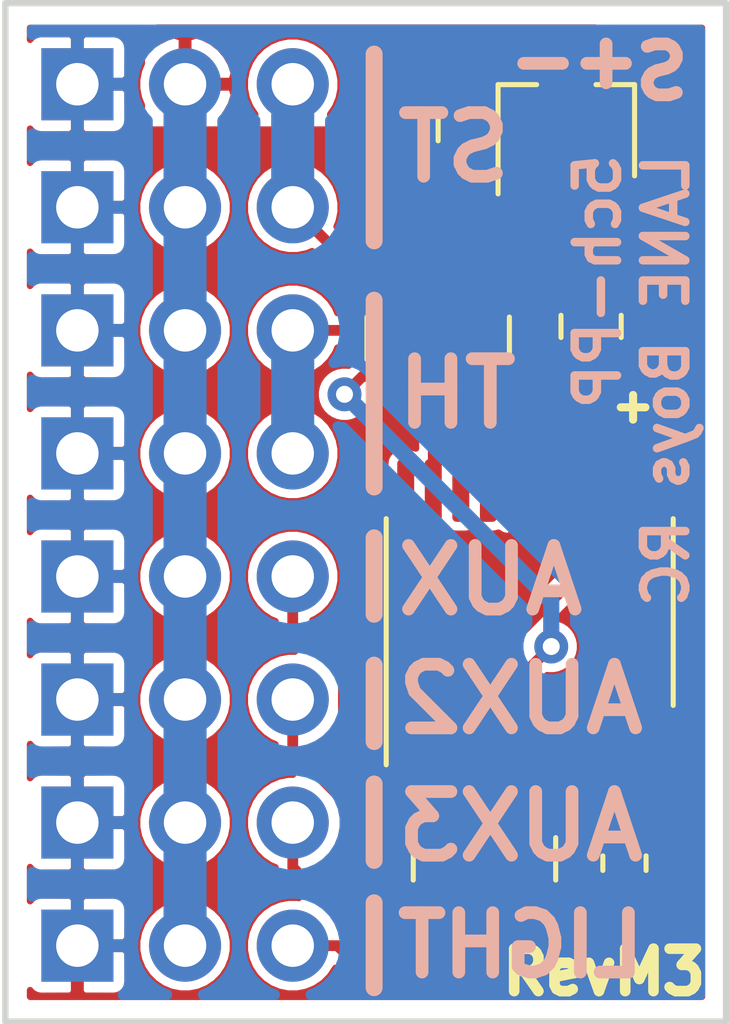
<source format=kicad_pcb>
(kicad_pcb (version 20171130) (host pcbnew 5.1.9-73d0e3b20d~88~ubuntu18.04.1)

  (general
    (thickness 1)
    (drawings 24)
    (tracks 86)
    (zones 0)
    (modules 15)
    (nets 16)
  )

  (page User 215.9 139.7)
  (title_block
    (title "Pre-processor for RC Light Controller ")
    (date 2017-03-14)
    (rev 1)
    (company "LANE Boys RC")
  )

  (layers
    (0 F.Cu signal)
    (31 B.Cu signal)
    (32 B.Adhes user hide)
    (33 F.Adhes user hide)
    (34 B.Paste user hide)
    (35 F.Paste user hide)
    (36 B.SilkS user)
    (37 F.SilkS user)
    (38 B.Mask user hide)
    (39 F.Mask user hide)
    (40 Dwgs.User user hide)
    (41 Cmts.User user hide)
    (42 Eco1.User user hide)
    (43 Eco2.User user hide)
    (44 Edge.Cuts user)
    (45 Margin user hide)
    (46 B.CrtYd user hide)
    (47 F.CrtYd user)
    (48 B.Fab user hide)
    (49 F.Fab user hide)
  )

  (setup
    (last_trace_width 0.254)
    (user_trace_width 0.2032)
    (user_trace_width 0.2286)
    (user_trace_width 0.381)
    (user_trace_width 0.508)
    (user_trace_width 0.762)
    (user_trace_width 1.016)
    (trace_clearance 0.1524)
    (zone_clearance 0.2032)
    (zone_45_only no)
    (trace_min 0.1524)
    (via_size 0.8)
    (via_drill 0.4)
    (via_min_size 0.4)
    (via_min_drill 0.3)
    (uvia_size 0.3)
    (uvia_drill 0.1)
    (uvias_allowed no)
    (uvia_min_size 0)
    (uvia_min_drill 0)
    (edge_width 0.15)
    (segment_width 0.4)
    (pcb_text_width 0.3)
    (pcb_text_size 1.5 1.5)
    (mod_edge_width 0.15)
    (mod_text_size 1 1)
    (mod_text_width 0.15)
    (pad_size 1.524 1.524)
    (pad_drill 0.762)
    (pad_to_mask_clearance 0.0254)
    (solder_mask_min_width 0.0254)
    (pad_to_paste_clearance_ratio -0.05)
    (aux_axis_origin 114.3 66.04)
    (grid_origin 114.3 66.04)
    (visible_elements 7FFFFF7F)
    (pcbplotparams
      (layerselection 0x010f0_ffffffff)
      (usegerberextensions false)
      (usegerberattributes false)
      (usegerberadvancedattributes false)
      (creategerberjobfile false)
      (excludeedgelayer true)
      (linewidth 0.100000)
      (plotframeref false)
      (viasonmask false)
      (mode 1)
      (useauxorigin false)
      (hpglpennumber 1)
      (hpglpenspeed 20)
      (hpglpendiameter 15.000000)
      (psnegative false)
      (psa4output false)
      (plotreference false)
      (plotvalue false)
      (plotinvisibletext false)
      (padsonsilk false)
      (subtractmaskfromsilk false)
      (outputformat 1)
      (mirror false)
      (drillshape 0)
      (scaleselection 1)
      (outputdirectory "gerber/"))
  )

  (net 0 "")
  (net 1 VCC)
  (net 2 GND)
  (net 3 +3V3)
  (net 4 /ST)
  (net 5 /TH)
  (net 6 /AUX)
  (net 7 /LIGHT)
  (net 8 /AUX2)
  (net 9 /AUX3)
  (net 10 /ST_IN)
  (net 11 /TH_IN)
  (net 12 /AUX_IN)
  (net 13 /LIGHT_OUT)
  (net 14 /AUX2_IN)
  (net 15 /AUX3_IN)

  (net_class Default "This is the default net class."
    (clearance 0.1524)
    (trace_width 0.254)
    (via_dia 0.8)
    (via_drill 0.4)
    (uvia_dia 0.3)
    (uvia_drill 0.1)
    (add_net +3V3)
    (add_net /AUX)
    (add_net /AUX2)
    (add_net /AUX2_IN)
    (add_net /AUX3)
    (add_net /AUX3_IN)
    (add_net /AUX_IN)
    (add_net /LIGHT)
    (add_net /LIGHT_OUT)
    (add_net /ST)
    (add_net /ST_IN)
    (add_net /TH)
    (add_net /TH_IN)
    (add_net GND)
    (add_net VCC)
  )

  (module Resistor_SMD:R_Array_Convex_4x0603 (layer F.Cu) (tedit 58E0A8B2) (tstamp 6024C36F)
    (at 124.5108 49.9364 270)
    (descr "Chip Resistor Network, ROHM MNR14 (see mnr_g.pdf)")
    (tags "resistor array")
    (path /6028CA7F)
    (attr smd)
    (fp_text reference RN2 (at 0 -2.8 90) (layer F.SilkS) hide
      (effects (font (size 1 1) (thickness 0.15)))
    )
    (fp_text value R_Pack04 (at 0 2.8 90) (layer F.Fab)
      (effects (font (size 1 1) (thickness 0.15)))
    )
    (fp_line (start 1.55 1.85) (end -1.55 1.85) (layer F.CrtYd) (width 0.05))
    (fp_line (start 1.55 1.85) (end 1.55 -1.85) (layer F.CrtYd) (width 0.05))
    (fp_line (start -1.55 -1.85) (end -1.55 1.85) (layer F.CrtYd) (width 0.05))
    (fp_line (start -1.55 -1.85) (end 1.55 -1.85) (layer F.CrtYd) (width 0.05))
    (fp_line (start 0.5 -1.68) (end -0.5 -1.68) (layer F.SilkS) (width 0.12))
    (fp_line (start 0.5 1.68) (end -0.5 1.68) (layer F.SilkS) (width 0.12))
    (fp_line (start -0.8 1.6) (end -0.8 -1.6) (layer F.Fab) (width 0.1))
    (fp_line (start 0.8 1.6) (end -0.8 1.6) (layer F.Fab) (width 0.1))
    (fp_line (start 0.8 -1.6) (end 0.8 1.6) (layer F.Fab) (width 0.1))
    (fp_line (start -0.8 -1.6) (end 0.8 -1.6) (layer F.Fab) (width 0.1))
    (fp_text user %R (at 0 0) (layer F.Fab)
      (effects (font (size 0.5 0.5) (thickness 0.075)))
    )
    (pad 5 smd rect (at 0.9 1.2 270) (size 0.8 0.5) (layers F.Cu F.Paste F.Mask)
      (net 5 /TH))
    (pad 6 smd rect (at 0.9 0.4 270) (size 0.8 0.4) (layers F.Cu F.Paste F.Mask)
      (net 4 /ST))
    (pad 8 smd rect (at 0.9 -1.2 270) (size 0.8 0.5) (layers F.Cu F.Paste F.Mask))
    (pad 7 smd rect (at 0.9 -0.4 270) (size 0.8 0.4) (layers F.Cu F.Paste F.Mask))
    (pad 4 smd rect (at -0.9 1.2 270) (size 0.8 0.5) (layers F.Cu F.Paste F.Mask)
      (net 11 /TH_IN))
    (pad 2 smd rect (at -0.9 -0.4 270) (size 0.8 0.4) (layers F.Cu F.Paste F.Mask))
    (pad 3 smd rect (at -0.9 0.4 270) (size 0.8 0.4) (layers F.Cu F.Paste F.Mask)
      (net 10 /ST_IN))
    (pad 1 smd rect (at -0.9 -1.2 270) (size 0.8 0.5) (layers F.Cu F.Paste F.Mask))
    (model ${KISYS3DMOD}/Resistor_SMD.3dshapes/R_Array_Convex_4x0603.wrl
      (at (xyz 0 0 0))
      (scale (xyz 1 1 1))
      (rotate (xyz 0 0 0))
    )
  )

  (module Package_SO:TSSOP-20_4.4x6.5mm_P0.65mm (layer F.Cu) (tedit 5E476F32) (tstamp 6024D208)
    (at 126.6698 56.388 90)
    (descr "TSSOP, 20 Pin (JEDEC MO-153 Var AC https://www.jedec.org/document_search?search_api_views_fulltext=MO-153), generated with kicad-footprint-generator ipc_gullwing_generator.py")
    (tags "TSSOP SO")
    (path /58AF9BA8)
    (attr smd)
    (fp_text reference U2 (at 0 -4.2 90) (layer F.SilkS) hide
      (effects (font (size 1 1) (thickness 0.15)))
    )
    (fp_text value LPC812M101JDH20 (at 0 4.2 90) (layer F.Fab)
      (effects (font (size 1 1) (thickness 0.15)))
    )
    (fp_line (start 3.85 -3.5) (end -3.85 -3.5) (layer F.CrtYd) (width 0.05))
    (fp_line (start 3.85 3.5) (end 3.85 -3.5) (layer F.CrtYd) (width 0.05))
    (fp_line (start -3.85 3.5) (end 3.85 3.5) (layer F.CrtYd) (width 0.05))
    (fp_line (start -3.85 -3.5) (end -3.85 3.5) (layer F.CrtYd) (width 0.05))
    (fp_line (start -2.2 -2.25) (end -1.2 -3.25) (layer F.Fab) (width 0.1))
    (fp_line (start -2.2 3.25) (end -2.2 -2.25) (layer F.Fab) (width 0.1))
    (fp_line (start 2.2 3.25) (end -2.2 3.25) (layer F.Fab) (width 0.1))
    (fp_line (start 2.2 -3.25) (end 2.2 3.25) (layer F.Fab) (width 0.1))
    (fp_line (start -1.2 -3.25) (end 2.2 -3.25) (layer F.Fab) (width 0.1))
    (fp_line (start 0 -3.385) (end -3.6 -3.385) (layer F.SilkS) (width 0.12))
    (fp_line (start 0 -3.385) (end 2.2 -3.385) (layer F.SilkS) (width 0.12))
    (fp_line (start 0 3.385) (end -2.2 3.385) (layer F.SilkS) (width 0.12))
    (fp_line (start 0 3.385) (end 2.2 3.385) (layer F.SilkS) (width 0.12))
    (fp_text user %R (at 0 0 90) (layer F.Fab)
      (effects (font (size 1 1) (thickness 0.15)))
    )
    (pad 20 smd roundrect (at 2.8625 -2.925 90) (size 1.475 0.4) (layers F.Cu F.Paste F.Mask) (roundrect_rratio 0.25))
    (pad 19 smd roundrect (at 2.8625 -2.275 90) (size 1.475 0.4) (layers F.Cu F.Paste F.Mask) (roundrect_rratio 0.25)
      (net 4 /ST))
    (pad 18 smd roundrect (at 2.8625 -1.625 90) (size 1.475 0.4) (layers F.Cu F.Paste F.Mask) (roundrect_rratio 0.25))
    (pad 17 smd roundrect (at 2.8625 -0.975 90) (size 1.475 0.4) (layers F.Cu F.Paste F.Mask) (roundrect_rratio 0.25))
    (pad 16 smd roundrect (at 2.8625 -0.325 90) (size 1.475 0.4) (layers F.Cu F.Paste F.Mask) (roundrect_rratio 0.25)
      (net 2 GND))
    (pad 15 smd roundrect (at 2.8625 0.325 90) (size 1.475 0.4) (layers F.Cu F.Paste F.Mask) (roundrect_rratio 0.25)
      (net 3 +3V3))
    (pad 14 smd roundrect (at 2.8625 0.975 90) (size 1.475 0.4) (layers F.Cu F.Paste F.Mask) (roundrect_rratio 0.25)
      (net 8 /AUX2))
    (pad 13 smd roundrect (at 2.8625 1.625 90) (size 1.475 0.4) (layers F.Cu F.Paste F.Mask) (roundrect_rratio 0.25))
    (pad 12 smd roundrect (at 2.8625 2.275 90) (size 1.475 0.4) (layers F.Cu F.Paste F.Mask) (roundrect_rratio 0.25))
    (pad 11 smd roundrect (at 2.8625 2.925 90) (size 1.475 0.4) (layers F.Cu F.Paste F.Mask) (roundrect_rratio 0.25))
    (pad 10 smd roundrect (at -2.8625 2.925 90) (size 1.475 0.4) (layers F.Cu F.Paste F.Mask) (roundrect_rratio 0.25))
    (pad 9 smd roundrect (at -2.8625 2.275 90) (size 1.475 0.4) (layers F.Cu F.Paste F.Mask) (roundrect_rratio 0.25))
    (pad 8 smd roundrect (at -2.8625 1.625 90) (size 1.475 0.4) (layers F.Cu F.Paste F.Mask) (roundrect_rratio 0.25)
      (net 9 /AUX3))
    (pad 7 smd roundrect (at -2.8625 0.975 90) (size 1.475 0.4) (layers F.Cu F.Paste F.Mask) (roundrect_rratio 0.25))
    (pad 6 smd roundrect (at -2.8625 0.325 90) (size 1.475 0.4) (layers F.Cu F.Paste F.Mask) (roundrect_rratio 0.25))
    (pad 5 smd roundrect (at -2.8625 -0.325 90) (size 1.475 0.4) (layers F.Cu F.Paste F.Mask) (roundrect_rratio 0.25)
      (net 5 /TH))
    (pad 4 smd roundrect (at -2.8625 -0.975 90) (size 1.475 0.4) (layers F.Cu F.Paste F.Mask) (roundrect_rratio 0.25))
    (pad 3 smd roundrect (at -2.8625 -1.625 90) (size 1.475 0.4) (layers F.Cu F.Paste F.Mask) (roundrect_rratio 0.25)
      (net 7 /LIGHT))
    (pad 2 smd roundrect (at -2.8625 -2.275 90) (size 1.475 0.4) (layers F.Cu F.Paste F.Mask) (roundrect_rratio 0.25)
      (net 6 /AUX))
    (pad 1 smd roundrect (at -2.8625 -2.925 90) (size 1.475 0.4) (layers F.Cu F.Paste F.Mask) (roundrect_rratio 0.25))
    (model ${KISYS3DMOD}/Package_SO.3dshapes/TSSOP-20_4.4x6.5mm_P0.65mm.wrl
      (at (xyz 0 0 0))
      (scale (xyz 1 1 1))
      (rotate (xyz 0 0 0))
    )
  )

  (module Package_TO_SOT_SMD:SOT-23W (layer F.Cu) (tedit 5A02FF57) (tstamp 5D286456)
    (at 127.5334 45.0342 90)
    (descr "SOT-23W http://www.allegromicro.com/~/media/Files/Datasheets/A112x-Datasheet.ashx?la=en&hash=7BC461E058CC246E0BAB62433B2F1ECA104CA9D3")
    (tags SOT-23W)
    (path /58AF9BBC)
    (attr smd)
    (fp_text reference U1 (at 0 -2.5 90) (layer F.SilkS) hide
      (effects (font (size 1 1) (thickness 0.15)))
    )
    (fp_text value MCP1703T-3302E/CB (at 0 2.5 90) (layer F.Fab)
      (effects (font (size 1 1) (thickness 0.15)))
    )
    (fp_line (start -1.95 1.74) (end -1.95 -1.74) (layer F.CrtYd) (width 0.05))
    (fp_line (start 1.95 1.74) (end -1.95 1.74) (layer F.CrtYd) (width 0.05))
    (fp_line (start 1.95 -1.74) (end 1.95 1.74) (layer F.CrtYd) (width 0.05))
    (fp_line (start -1.95 -1.74) (end 1.95 -1.74) (layer F.CrtYd) (width 0.05))
    (fp_line (start -0.955 1.49) (end 0.955 1.49) (layer F.Fab) (width 0.1))
    (fp_line (start 0.955 -1.49) (end 0.955 1.49) (layer F.Fab) (width 0.1))
    (fp_line (start -0.955 -0.49) (end 0.045 -1.49) (layer F.Fab) (width 0.1))
    (fp_line (start 0.045 -1.49) (end 0.955 -1.49) (layer F.Fab) (width 0.1))
    (fp_line (start -0.955 -0.49) (end -0.955 1.49) (layer F.Fab) (width 0.1))
    (fp_line (start -1.075 1.61) (end 1.075 1.61) (layer F.SilkS) (width 0.12))
    (fp_line (start -1.5 -1.61) (end 1.075 -1.61) (layer F.SilkS) (width 0.12))
    (fp_line (start 1.075 0.7) (end 1.075 1.61) (layer F.SilkS) (width 0.12))
    (fp_line (start 1.075 -1.61) (end 1.075 -0.7) (layer F.SilkS) (width 0.12))
    (fp_text user %R (at 0 0) (layer F.Fab)
      (effects (font (size 0.5 0.5) (thickness 0.075)))
    )
    (pad 3 smd rect (at 1.2 0 90) (size 1 0.7) (layers F.Cu F.Paste F.Mask)
      (net 1 VCC))
    (pad 2 smd rect (at -1.2 0.95 90) (size 1 0.7) (layers F.Cu F.Paste F.Mask)
      (net 3 +3V3))
    (pad 1 smd rect (at -1.2 -0.95 90) (size 1 0.7) (layers F.Cu F.Paste F.Mask)
      (net 2 GND))
    (model ${KISYS3DMOD}/Package_TO_SOT_SMD.3dshapes/SOT-23W.wrl
      (at (xyz 0 0 0))
      (scale (xyz 1 1 1))
      (rotate (xyz 0 0 0))
    )
  )

  (module Resistor_SMD:R_Array_Convex_4x0603 (layer F.Cu) (tedit 58E0A8B2) (tstamp 601F593A)
    (at 125.603 62.2046 90)
    (descr "Chip Resistor Network, ROHM MNR14 (see mnr_g.pdf)")
    (tags "resistor array")
    (path /6020567D)
    (attr smd)
    (fp_text reference RN1 (at 0 -2.8 90) (layer F.SilkS) hide
      (effects (font (size 1 1) (thickness 0.15)))
    )
    (fp_text value R_Pack04 (at 0 2.8 90) (layer F.Fab)
      (effects (font (size 1 1) (thickness 0.15)))
    )
    (fp_line (start 1.55 1.85) (end -1.55 1.85) (layer F.CrtYd) (width 0.05))
    (fp_line (start 1.55 1.85) (end 1.55 -1.85) (layer F.CrtYd) (width 0.05))
    (fp_line (start -1.55 -1.85) (end -1.55 1.85) (layer F.CrtYd) (width 0.05))
    (fp_line (start -1.55 -1.85) (end 1.55 -1.85) (layer F.CrtYd) (width 0.05))
    (fp_line (start 0.5 -1.68) (end -0.5 -1.68) (layer F.SilkS) (width 0.12))
    (fp_line (start 0.5 1.68) (end -0.5 1.68) (layer F.SilkS) (width 0.12))
    (fp_line (start -0.8 1.6) (end -0.8 -1.6) (layer F.Fab) (width 0.1))
    (fp_line (start 0.8 1.6) (end -0.8 1.6) (layer F.Fab) (width 0.1))
    (fp_line (start 0.8 -1.6) (end 0.8 1.6) (layer F.Fab) (width 0.1))
    (fp_line (start -0.8 -1.6) (end 0.8 -1.6) (layer F.Fab) (width 0.1))
    (fp_text user %R (at 0 0) (layer F.Fab)
      (effects (font (size 0.5 0.5) (thickness 0.075)))
    )
    (pad 5 smd rect (at 0.9 1.2 90) (size 0.8 0.5) (layers F.Cu F.Paste F.Mask)
      (net 7 /LIGHT))
    (pad 6 smd rect (at 0.9 0.4 90) (size 0.8 0.4) (layers F.Cu F.Paste F.Mask)
      (net 9 /AUX3))
    (pad 8 smd rect (at 0.9 -1.2 90) (size 0.8 0.5) (layers F.Cu F.Paste F.Mask)
      (net 6 /AUX))
    (pad 7 smd rect (at 0.9 -0.4 90) (size 0.8 0.4) (layers F.Cu F.Paste F.Mask)
      (net 8 /AUX2))
    (pad 4 smd rect (at -0.9 1.2 90) (size 0.8 0.5) (layers F.Cu F.Paste F.Mask)
      (net 13 /LIGHT_OUT))
    (pad 2 smd rect (at -0.9 -0.4 90) (size 0.8 0.4) (layers F.Cu F.Paste F.Mask)
      (net 14 /AUX2_IN))
    (pad 3 smd rect (at -0.9 0.4 90) (size 0.8 0.4) (layers F.Cu F.Paste F.Mask)
      (net 15 /AUX3_IN))
    (pad 1 smd rect (at -0.9 -1.2 90) (size 0.8 0.5) (layers F.Cu F.Paste F.Mask)
      (net 12 /AUX_IN))
    (model ${KISYS3DMOD}/Resistor_SMD.3dshapes/R_Array_Convex_4x0603.wrl
      (at (xyz 0 0 0))
      (scale (xyz 1 1 1))
      (rotate (xyz 0 0 0))
    )
  )

  (module Connector_PinHeader_2.54mm:PinHeader_1x03_P2.54mm_Vertical (layer B.Cu) (tedit 5D281D1F) (tstamp 5D28C293)
    (at 116 61.35 270)
    (descr "Through hole straight pin header, 1x03, 2.54mm pitch, single row")
    (tags "Through hole pin header THT 1x03 2.54mm single row")
    (path /5D287718)
    (fp_text reference P8 (at 0 2.33 270) (layer B.SilkS) hide
      (effects (font (size 1 1) (thickness 0.15)) (justify mirror))
    )
    (fp_text value AUX3-IN (at 0 -7.41 270) (layer B.Fab)
      (effects (font (size 1 1) (thickness 0.15)) (justify mirror))
    )
    (fp_line (start -0.635 1.27) (end 1.27 1.27) (layer B.Fab) (width 0.1))
    (fp_line (start 1.27 1.27) (end 1.27 -6.35) (layer B.Fab) (width 0.1))
    (fp_line (start 1.27 -6.35) (end -1.27 -6.35) (layer B.Fab) (width 0.1))
    (fp_line (start -1.27 -6.35) (end -1.27 0.635) (layer B.Fab) (width 0.1))
    (fp_line (start -1.27 0.635) (end -0.635 1.27) (layer B.Fab) (width 0.1))
    (fp_line (start -1.8 1.8) (end -1.8 -6.85) (layer B.CrtYd) (width 0.05))
    (fp_line (start -1.8 -6.85) (end 1.8 -6.85) (layer B.CrtYd) (width 0.05))
    (fp_line (start 1.8 -6.85) (end 1.8 1.8) (layer B.CrtYd) (width 0.05))
    (fp_line (start 1.8 1.8) (end -1.8 1.8) (layer B.CrtYd) (width 0.05))
    (fp_text user %R (at 0 -2.54 180) (layer B.Fab)
      (effects (font (size 1 1) (thickness 0.15)) (justify mirror))
    )
    (pad 1 thru_hole rect (at 0 0 270) (size 1.7 1.7) (drill 1) (layers *.Cu *.Mask)
      (net 2 GND))
    (pad 2 thru_hole oval (at 0 -2.54 270) (size 1.7 1.7) (drill 1) (layers *.Cu *.Mask)
      (net 1 VCC))
    (pad 3 thru_hole oval (at 0 -5.08 270) (size 1.7 1.7) (drill 1) (layers *.Cu *.Mask)
      (net 15 /AUX3_IN))
    (model ${KISYS3DMOD}/Connector_PinHeader_2.54mm.3dshapes/PinHeader_1x03_P2.54mm_Vertical.wrl
      (at (xyz 0 0 0))
      (scale (xyz 1 1 1))
      (rotate (xyz 0 0 0))
    )
  )

  (module Connector_PinHeader_2.54mm:PinHeader_1x03_P2.54mm_Vertical (layer B.Cu) (tedit 5D281D12) (tstamp 5D28C27C)
    (at 116 58.45 270)
    (descr "Through hole straight pin header, 1x03, 2.54mm pitch, single row")
    (tags "Through hole pin header THT 1x03 2.54mm single row")
    (path /5D282BAE)
    (fp_text reference P7 (at 0 2.33 270) (layer B.SilkS) hide
      (effects (font (size 1 1) (thickness 0.15) italic) (justify mirror))
    )
    (fp_text value AUX2-IN (at 0 -7.41 270) (layer B.Fab)
      (effects (font (size 1 1) (thickness 0.15)) (justify mirror))
    )
    (fp_line (start -0.635 1.27) (end 1.27 1.27) (layer B.Fab) (width 0.1))
    (fp_line (start 1.27 1.27) (end 1.27 -6.35) (layer B.Fab) (width 0.1))
    (fp_line (start 1.27 -6.35) (end -1.27 -6.35) (layer B.Fab) (width 0.1))
    (fp_line (start -1.27 -6.35) (end -1.27 0.635) (layer B.Fab) (width 0.1))
    (fp_line (start -1.27 0.635) (end -0.635 1.27) (layer B.Fab) (width 0.1))
    (fp_line (start -1.8 1.8) (end -1.8 -6.85) (layer B.CrtYd) (width 0.05))
    (fp_line (start -1.8 -6.85) (end 1.8 -6.85) (layer B.CrtYd) (width 0.05))
    (fp_line (start 1.8 -6.85) (end 1.8 1.8) (layer B.CrtYd) (width 0.05))
    (fp_line (start 1.8 1.8) (end -1.8 1.8) (layer B.CrtYd) (width 0.05))
    (fp_text user %R (at 0 -2.54 180) (layer B.Fab)
      (effects (font (size 1 1) (thickness 0.15)) (justify mirror))
    )
    (pad 1 thru_hole rect (at 0 0 270) (size 1.7 1.7) (drill 1) (layers *.Cu *.Mask)
      (net 2 GND))
    (pad 2 thru_hole oval (at 0 -2.54 270) (size 1.7 1.7) (drill 1) (layers *.Cu *.Mask)
      (net 1 VCC))
    (pad 3 thru_hole oval (at 0 -5.08 270) (size 1.7 1.7) (drill 1) (layers *.Cu *.Mask)
      (net 14 /AUX2_IN))
    (model ${KISYS3DMOD}/Connector_PinHeader_2.54mm.3dshapes/PinHeader_1x03_P2.54mm_Vertical.wrl
      (at (xyz 0 0 0))
      (scale (xyz 1 1 1))
      (rotate (xyz 0 0 0))
    )
  )

  (module Connector_PinHeader_2.54mm:PinHeader_1x03_P2.54mm_Vertical (layer B.Cu) (tedit 5D281D05) (tstamp 5D28DFB7)
    (at 116 64.25 270)
    (descr "Through hole straight pin header, 1x03, 2.54mm pitch, single row")
    (tags "Through hole pin header THT 1x03 2.54mm single row")
    (path /58AF9DBB)
    (fp_text reference P6 (at 0 2.33 270) (layer B.SilkS) hide
      (effects (font (size 1 1) (thickness 0.15)) (justify mirror))
    )
    (fp_text value "LIGHT CONTROLLER" (at 0 -7.41 270) (layer B.Fab)
      (effects (font (size 1 1) (thickness 0.15)) (justify mirror))
    )
    (fp_line (start -0.635 1.27) (end 1.27 1.27) (layer B.Fab) (width 0.1))
    (fp_line (start 1.27 1.27) (end 1.27 -6.35) (layer B.Fab) (width 0.1))
    (fp_line (start 1.27 -6.35) (end -1.27 -6.35) (layer B.Fab) (width 0.1))
    (fp_line (start -1.27 -6.35) (end -1.27 0.635) (layer B.Fab) (width 0.1))
    (fp_line (start -1.27 0.635) (end -0.635 1.27) (layer B.Fab) (width 0.1))
    (fp_line (start -1.8 1.8) (end -1.8 -6.85) (layer B.CrtYd) (width 0.05))
    (fp_line (start -1.8 -6.85) (end 1.8 -6.85) (layer B.CrtYd) (width 0.05))
    (fp_line (start 1.8 -6.85) (end 1.8 1.8) (layer B.CrtYd) (width 0.05))
    (fp_line (start 1.8 1.8) (end -1.8 1.8) (layer B.CrtYd) (width 0.05))
    (fp_text user %R (at 0 -2.54 180) (layer B.Fab)
      (effects (font (size 1 1) (thickness 0.15)) (justify mirror))
    )
    (pad 1 thru_hole rect (at 0 0 270) (size 1.7 1.7) (drill 1) (layers *.Cu *.Mask)
      (net 2 GND))
    (pad 2 thru_hole oval (at 0 -2.54 270) (size 1.7 1.7) (drill 1) (layers *.Cu *.Mask)
      (net 1 VCC))
    (pad 3 thru_hole oval (at 0 -5.08 270) (size 1.7 1.7) (drill 1) (layers *.Cu *.Mask)
      (net 13 /LIGHT_OUT))
    (model ${KISYS3DMOD}/Connector_PinHeader_2.54mm.3dshapes/PinHeader_1x03_P2.54mm_Vertical.wrl
      (at (xyz 0 0 0))
      (scale (xyz 1 1 1))
      (rotate (xyz 0 0 0))
    )
  )

  (module Connector_PinHeader_2.54mm:PinHeader_1x03_P2.54mm_Vertical (layer B.Cu) (tedit 5D281CF7) (tstamp 5D28C250)
    (at 116 55.55 270)
    (descr "Through hole straight pin header, 1x03, 2.54mm pitch, single row")
    (tags "Through hole pin header THT 1x03 2.54mm single row")
    (path /58AF9D7F)
    (fp_text reference P5 (at 0 2.33 270) (layer B.SilkS) hide
      (effects (font (size 1 1) (thickness 0.15)) (justify mirror))
    )
    (fp_text value AUX-IN (at 0 -7.41 270) (layer B.Fab)
      (effects (font (size 1 1) (thickness 0.15)) (justify mirror))
    )
    (fp_line (start -0.635 1.27) (end 1.27 1.27) (layer B.Fab) (width 0.1))
    (fp_line (start 1.27 1.27) (end 1.27 -6.35) (layer B.Fab) (width 0.1))
    (fp_line (start 1.27 -6.35) (end -1.27 -6.35) (layer B.Fab) (width 0.1))
    (fp_line (start -1.27 -6.35) (end -1.27 0.635) (layer B.Fab) (width 0.1))
    (fp_line (start -1.27 0.635) (end -0.635 1.27) (layer B.Fab) (width 0.1))
    (fp_line (start -1.8 1.8) (end -1.8 -6.85) (layer B.CrtYd) (width 0.05))
    (fp_line (start -1.8 -6.85) (end 1.8 -6.85) (layer B.CrtYd) (width 0.05))
    (fp_line (start 1.8 -6.85) (end 1.8 1.8) (layer B.CrtYd) (width 0.05))
    (fp_line (start 1.8 1.8) (end -1.8 1.8) (layer B.CrtYd) (width 0.05))
    (fp_text user %R (at 0 -2.54 180) (layer B.Fab)
      (effects (font (size 1 1) (thickness 0.15)) (justify mirror))
    )
    (pad 1 thru_hole rect (at 0 0 270) (size 1.7 1.7) (drill 1) (layers *.Cu *.Mask)
      (net 2 GND))
    (pad 2 thru_hole oval (at 0 -2.54 270) (size 1.7 1.7) (drill 1) (layers *.Cu *.Mask)
      (net 1 VCC))
    (pad 3 thru_hole oval (at 0 -5.08 270) (size 1.7 1.7) (drill 1) (layers *.Cu *.Mask)
      (net 12 /AUX_IN))
    (model ${KISYS3DMOD}/Connector_PinHeader_2.54mm.3dshapes/PinHeader_1x03_P2.54mm_Vertical.wrl
      (at (xyz 0 0 0))
      (scale (xyz 1 1 1))
      (rotate (xyz 0 0 0))
    )
  )

  (module Connector_PinHeader_2.54mm:PinHeader_1x03_P2.54mm_Vertical (layer B.Cu) (tedit 5D281CEB) (tstamp 5D28C224)
    (at 116 49.75 270)
    (descr "Through hole straight pin header, 1x03, 2.54mm pitch, single row")
    (tags "Through hole pin header THT 1x03 2.54mm single row")
    (path /58AF9CE6)
    (fp_text reference P3 (at 0 2.33 270) (layer B.SilkS) hide
      (effects (font (size 1 1) (thickness 0.15)) (justify mirror))
    )
    (fp_text value TH-IN (at 0 -7.41 270) (layer B.Fab)
      (effects (font (size 1 1) (thickness 0.15)) (justify mirror))
    )
    (fp_line (start -0.635 1.27) (end 1.27 1.27) (layer B.Fab) (width 0.1))
    (fp_line (start 1.27 1.27) (end 1.27 -6.35) (layer B.Fab) (width 0.1))
    (fp_line (start 1.27 -6.35) (end -1.27 -6.35) (layer B.Fab) (width 0.1))
    (fp_line (start -1.27 -6.35) (end -1.27 0.635) (layer B.Fab) (width 0.1))
    (fp_line (start -1.27 0.635) (end -0.635 1.27) (layer B.Fab) (width 0.1))
    (fp_line (start -1.8 1.8) (end -1.8 -6.85) (layer B.CrtYd) (width 0.05))
    (fp_line (start -1.8 -6.85) (end 1.8 -6.85) (layer B.CrtYd) (width 0.05))
    (fp_line (start 1.8 -6.85) (end 1.8 1.8) (layer B.CrtYd) (width 0.05))
    (fp_line (start 1.8 1.8) (end -1.8 1.8) (layer B.CrtYd) (width 0.05))
    (fp_text user %R (at 0 -2.54 180) (layer B.Fab)
      (effects (font (size 1 1) (thickness 0.15)) (justify mirror))
    )
    (pad 1 thru_hole rect (at 0 0 270) (size 1.7 1.7) (drill 1) (layers *.Cu *.Mask)
      (net 2 GND))
    (pad 2 thru_hole oval (at 0 -2.54 270) (size 1.7 1.7) (drill 1) (layers *.Cu *.Mask)
      (net 1 VCC))
    (pad 3 thru_hole oval (at 0 -5.08 270) (size 1.7 1.7) (drill 1) (layers *.Cu *.Mask)
      (net 11 /TH_IN))
    (model ${KISYS3DMOD}/Connector_PinHeader_2.54mm.3dshapes/PinHeader_1x03_P2.54mm_Vertical.wrl
      (at (xyz 0 0 0))
      (scale (xyz 1 1 1))
      (rotate (xyz 0 0 0))
    )
  )

  (module Connector_PinHeader_2.54mm:PinHeader_1x03_P2.54mm_Vertical (layer B.Cu) (tedit 5D281CDF) (tstamp 5D28C33F)
    (at 116 43.95 270)
    (descr "Through hole straight pin header, 1x03, 2.54mm pitch, single row")
    (tags "Through hole pin header THT 1x03 2.54mm single row")
    (path /58AF9CB3)
    (fp_text reference P2 (at 0 2.33 270) (layer B.SilkS) hide
      (effects (font (size 1 1) (thickness 0.15)) (justify mirror))
    )
    (fp_text value ST-OUT (at 0 -7.41 270) (layer B.Fab)
      (effects (font (size 1 1) (thickness 0.15)) (justify mirror))
    )
    (fp_line (start 1.8 1.8) (end -1.8 1.8) (layer B.CrtYd) (width 0.05))
    (fp_line (start 1.8 -6.85) (end 1.8 1.8) (layer B.CrtYd) (width 0.05))
    (fp_line (start -1.8 -6.85) (end 1.8 -6.85) (layer B.CrtYd) (width 0.05))
    (fp_line (start -1.8 1.8) (end -1.8 -6.85) (layer B.CrtYd) (width 0.05))
    (fp_line (start -1.27 0.635) (end -0.635 1.27) (layer B.Fab) (width 0.1))
    (fp_line (start -1.27 -6.35) (end -1.27 0.635) (layer B.Fab) (width 0.1))
    (fp_line (start 1.27 -6.35) (end -1.27 -6.35) (layer B.Fab) (width 0.1))
    (fp_line (start 1.27 1.27) (end 1.27 -6.35) (layer B.Fab) (width 0.1))
    (fp_line (start -0.635 1.27) (end 1.27 1.27) (layer B.Fab) (width 0.1))
    (fp_text user %R (at 0 -2.54 180) (layer B.Fab)
      (effects (font (size 1 1) (thickness 0.15)) (justify mirror))
    )
    (pad 3 thru_hole oval (at 0 -5.08 270) (size 1.7 1.7) (drill 1) (layers *.Cu *.Mask)
      (net 10 /ST_IN))
    (pad 2 thru_hole oval (at 0 -2.54 270) (size 1.7 1.7) (drill 1) (layers *.Cu *.Mask)
      (net 1 VCC))
    (pad 1 thru_hole rect (at 0 0 270) (size 1.7 1.7) (drill 1) (layers *.Cu *.Mask)
      (net 2 GND))
    (model ${KISYS3DMOD}/Connector_PinHeader_2.54mm.3dshapes/PinHeader_1x03_P2.54mm_Vertical.wrl
      (at (xyz 0 0 0))
      (scale (xyz 1 1 1))
      (rotate (xyz 0 0 0))
    )
  )

  (module Connector_PinHeader_2.54mm:PinHeader_1x03_P2.54mm_Vertical (layer B.Cu) (tedit 5D281CD3) (tstamp 5D28C1F8)
    (at 116 46.85 270)
    (descr "Through hole straight pin header, 1x03, 2.54mm pitch, single row")
    (tags "Through hole pin header THT 1x03 2.54mm single row")
    (path /58AF9C1E)
    (fp_text reference P1 (at 0 2.33 270) (layer B.SilkS) hide
      (effects (font (size 1 1) (thickness 0.15)) (justify mirror))
    )
    (fp_text value ST-IN (at 0 -7.41 270) (layer B.Fab)
      (effects (font (size 1 1) (thickness 0.15)) (justify mirror))
    )
    (fp_line (start 1.8 1.8) (end -1.8 1.8) (layer B.CrtYd) (width 0.05))
    (fp_line (start 1.8 -6.85) (end 1.8 1.8) (layer B.CrtYd) (width 0.05))
    (fp_line (start -1.8 -6.85) (end 1.8 -6.85) (layer B.CrtYd) (width 0.05))
    (fp_line (start -1.8 1.8) (end -1.8 -6.85) (layer B.CrtYd) (width 0.05))
    (fp_line (start -1.27 0.635) (end -0.635 1.27) (layer B.Fab) (width 0.1))
    (fp_line (start -1.27 -6.35) (end -1.27 0.635) (layer B.Fab) (width 0.1))
    (fp_line (start 1.27 -6.35) (end -1.27 -6.35) (layer B.Fab) (width 0.1))
    (fp_line (start 1.27 1.27) (end 1.27 -6.35) (layer B.Fab) (width 0.1))
    (fp_line (start -0.635 1.27) (end 1.27 1.27) (layer B.Fab) (width 0.1))
    (fp_text user %R (at 0 -2.54 180) (layer B.Fab)
      (effects (font (size 1 1) (thickness 0.15)) (justify mirror))
    )
    (pad 3 thru_hole oval (at 0 -5.08 270) (size 1.7 1.7) (drill 1) (layers *.Cu *.Mask)
      (net 10 /ST_IN))
    (pad 2 thru_hole oval (at 0 -2.54 270) (size 1.7 1.7) (drill 1) (layers *.Cu *.Mask)
      (net 1 VCC))
    (pad 1 thru_hole rect (at 0 0 270) (size 1.7 1.7) (drill 1) (layers *.Cu *.Mask)
      (net 2 GND))
    (model ${KISYS3DMOD}/Connector_PinHeader_2.54mm.3dshapes/PinHeader_1x03_P2.54mm_Vertical.wrl
      (at (xyz 0 0 0))
      (scale (xyz 1 1 1))
      (rotate (xyz 0 0 0))
    )
  )

  (module Connector_PinHeader_2.54mm:PinHeader_1x03_P2.54mm_Vertical (layer B.Cu) (tedit 5D281CC6) (tstamp 5D28CB3D)
    (at 116 52.65 270)
    (descr "Through hole straight pin header, 1x03, 2.54mm pitch, single row")
    (tags "Through hole pin header THT 1x03 2.54mm single row")
    (path /58AF9D12)
    (fp_text reference P4 (at 0 2.33 270) (layer B.SilkS) hide
      (effects (font (size 1 1) (thickness 0.15)) (justify mirror))
    )
    (fp_text value TH-OUT (at 0 -7.41 270) (layer B.Fab)
      (effects (font (size 1 1) (thickness 0.15)) (justify mirror))
    )
    (fp_line (start 1.8 1.8) (end -1.8 1.8) (layer B.CrtYd) (width 0.05))
    (fp_line (start 1.8 -6.85) (end 1.8 1.8) (layer B.CrtYd) (width 0.05))
    (fp_line (start -1.8 -6.85) (end 1.8 -6.85) (layer B.CrtYd) (width 0.05))
    (fp_line (start -1.8 1.8) (end -1.8 -6.85) (layer B.CrtYd) (width 0.05))
    (fp_line (start -1.27 0.635) (end -0.635 1.27) (layer B.Fab) (width 0.1))
    (fp_line (start -1.27 -6.35) (end -1.27 0.635) (layer B.Fab) (width 0.1))
    (fp_line (start 1.27 -6.35) (end -1.27 -6.35) (layer B.Fab) (width 0.1))
    (fp_line (start 1.27 1.27) (end 1.27 -6.35) (layer B.Fab) (width 0.1))
    (fp_line (start -0.635 1.27) (end 1.27 1.27) (layer B.Fab) (width 0.1))
    (fp_text user %R (at 0 -2.54 180) (layer B.Fab)
      (effects (font (size 1 1) (thickness 0.15)) (justify mirror))
    )
    (pad 3 thru_hole oval (at 0 -5.08 270) (size 1.7 1.7) (drill 1) (layers *.Cu *.Mask)
      (net 11 /TH_IN))
    (pad 2 thru_hole oval (at 0 -2.54 270) (size 1.7 1.7) (drill 1) (layers *.Cu *.Mask)
      (net 1 VCC))
    (pad 1 thru_hole rect (at 0 0 270) (size 1.7 1.7) (drill 1) (layers *.Cu *.Mask)
      (net 2 GND))
    (model ${KISYS3DMOD}/Connector_PinHeader_2.54mm.3dshapes/PinHeader_1x03_P2.54mm_Vertical.wrl
      (at (xyz 0 0 0))
      (scale (xyz 1 1 1))
      (rotate (xyz 0 0 0))
    )
  )

  (module Capacitor_SMD:C_0805_2012Metric_Pad1.15x1.40mm_HandSolder (layer F.Cu) (tedit 5D27F92E) (tstamp 5D2863F6)
    (at 123.7996 45.0215 270)
    (descr "Capacitor SMD 0805 (2012 Metric), square (rectangular) end terminal, IPC_7351 nominal with elongated pad for handsoldering. (Body size source: https://docs.google.com/spreadsheets/d/1BsfQQcO9C6DZCsRaXUlFlo91Tg2WpOkGARC1WS5S8t0/edit?usp=sharing), generated with kicad-footprint-generator")
    (tags "capacitor handsolder")
    (path /58AFA243)
    (attr smd)
    (fp_text reference C1 (at 0 -1.65 270) (layer F.SilkS) hide
      (effects (font (size 1 1) (thickness 0.15)))
    )
    (fp_text value 1u (at 0 1.65 270) (layer F.Fab)
      (effects (font (size 1 1) (thickness 0.15)))
    )
    (fp_line (start -1 0.6) (end -1 -0.6) (layer F.Fab) (width 0.1))
    (fp_line (start -1 -0.6) (end 1 -0.6) (layer F.Fab) (width 0.1))
    (fp_line (start 1 -0.6) (end 1 0.6) (layer F.Fab) (width 0.1))
    (fp_line (start 1 0.6) (end -1 0.6) (layer F.Fab) (width 0.1))
    (fp_line (start -0.261252 -0.71) (end 0.261252 -0.71) (layer F.SilkS) (width 0.12))
    (fp_line (start -0.261252 0.71) (end 0.261252 0.71) (layer F.SilkS) (width 0.12))
    (fp_line (start -1.85 0.95) (end -1.85 -0.95) (layer F.CrtYd) (width 0.05))
    (fp_line (start -1.85 -0.95) (end 1.85 -0.95) (layer F.CrtYd) (width 0.05))
    (fp_line (start 1.85 -0.95) (end 1.85 0.95) (layer F.CrtYd) (width 0.05))
    (fp_line (start 1.85 0.95) (end -1.85 0.95) (layer F.CrtYd) (width 0.05))
    (fp_text user %R (at 0 0 270) (layer F.Fab)
      (effects (font (size 0.5 0.5) (thickness 0.08)))
    )
    (pad 1 smd roundrect (at -1.025 0 270) (size 1.15 1.4) (layers F.Cu F.Paste F.Mask) (roundrect_rratio 0.217391)
      (net 1 VCC))
    (pad 2 smd roundrect (at 1.025 0 270) (size 1.15 1.4) (layers F.Cu F.Paste F.Mask) (roundrect_rratio 0.217391)
      (net 2 GND))
    (model ${KISYS3DMOD}/Capacitor_SMD.3dshapes/C_0805_2012Metric.wrl
      (at (xyz 0 0 0))
      (scale (xyz 1 1 1))
      (rotate (xyz 0 0 0))
    )
  )

  (module Capacitor_SMD:C_0805_2012Metric_Pad1.15x1.40mm_HandSolder (layer F.Cu) (tedit 5D27F93F) (tstamp 5D2867FA)
    (at 128.1176 49.657 90)
    (descr "Capacitor SMD 0805 (2012 Metric), square (rectangular) end terminal, IPC_7351 nominal with elongated pad for handsoldering. (Body size source: https://docs.google.com/spreadsheets/d/1BsfQQcO9C6DZCsRaXUlFlo91Tg2WpOkGARC1WS5S8t0/edit?usp=sharing), generated with kicad-footprint-generator")
    (tags "capacitor handsolder")
    (path /58AFA5B0)
    (attr smd)
    (fp_text reference C2 (at 0 -1.65 270) (layer F.SilkS) hide
      (effects (font (size 1 1) (thickness 0.15)))
    )
    (fp_text value "47u/6V3 Polymer 0805" (at 0 1.65 270) (layer F.Fab)
      (effects (font (size 1 1) (thickness 0.15)))
    )
    (fp_line (start 1.85 0.95) (end -1.85 0.95) (layer F.CrtYd) (width 0.05))
    (fp_line (start 1.85 -0.95) (end 1.85 0.95) (layer F.CrtYd) (width 0.05))
    (fp_line (start -1.85 -0.95) (end 1.85 -0.95) (layer F.CrtYd) (width 0.05))
    (fp_line (start -1.85 0.95) (end -1.85 -0.95) (layer F.CrtYd) (width 0.05))
    (fp_line (start -0.261252 0.71) (end 0.261252 0.71) (layer F.SilkS) (width 0.12))
    (fp_line (start -0.261252 -0.71) (end 0.261252 -0.71) (layer F.SilkS) (width 0.12))
    (fp_line (start 1 0.6) (end -1 0.6) (layer F.Fab) (width 0.1))
    (fp_line (start 1 -0.6) (end 1 0.6) (layer F.Fab) (width 0.1))
    (fp_line (start -1 -0.6) (end 1 -0.6) (layer F.Fab) (width 0.1))
    (fp_line (start -1 0.6) (end -1 -0.6) (layer F.Fab) (width 0.1))
    (fp_text user %R (at 0 0 270) (layer F.Fab)
      (effects (font (size 0.5 0.5) (thickness 0.08)))
    )
    (pad 2 smd roundrect (at 1.025 0 90) (size 1.15 1.4) (layers F.Cu F.Paste F.Mask) (roundrect_rratio 0.217391)
      (net 2 GND))
    (pad 1 smd roundrect (at -1.025 0 90) (size 1.15 1.4) (layers F.Cu F.Paste F.Mask) (roundrect_rratio 0.217391)
      (net 3 +3V3))
    (model ${KISYS3DMOD}/Capacitor_SMD.3dshapes/C_0805_2012Metric.wrl
      (at (xyz 0 0 0))
      (scale (xyz 1 1 1))
      (rotate (xyz 0 0 0))
    )
  )

  (module Resistor_SMD:R_0603_1608Metric_Pad1.05x0.95mm_HandSolder (layer F.Cu) (tedit 5D280764) (tstamp 5D28D4CB)
    (at 128.905 62.3062 90)
    (descr "Resistor SMD 0603 (1608 Metric), square (rectangular) end terminal, IPC_7351 nominal with elongated pad for handsoldering. (Body size source: http://www.tortai-tech.com/upload/download/2011102023233369053.pdf), generated with kicad-footprint-generator")
    (tags "resistor handsolder")
    (path /5D282842)
    (attr smd)
    (fp_text reference R7 (at 0 -1.43 90) (layer F.SilkS) hide
      (effects (font (size 1 1) (thickness 0.15)))
    )
    (fp_text value 100k (at 0 1.43 90) (layer F.Fab)
      (effects (font (size 1 1) (thickness 0.15)))
    )
    (fp_line (start -0.8 0.4) (end -0.8 -0.4) (layer F.Fab) (width 0.1))
    (fp_line (start -0.8 -0.4) (end 0.8 -0.4) (layer F.Fab) (width 0.1))
    (fp_line (start 0.8 -0.4) (end 0.8 0.4) (layer F.Fab) (width 0.1))
    (fp_line (start 0.8 0.4) (end -0.8 0.4) (layer F.Fab) (width 0.1))
    (fp_line (start -0.171267 -0.51) (end 0.171267 -0.51) (layer F.SilkS) (width 0.12))
    (fp_line (start -0.171267 0.51) (end 0.171267 0.51) (layer F.SilkS) (width 0.12))
    (fp_line (start -1.65 0.73) (end -1.65 -0.73) (layer F.CrtYd) (width 0.05))
    (fp_line (start -1.65 -0.73) (end 1.65 -0.73) (layer F.CrtYd) (width 0.05))
    (fp_line (start 1.65 -0.73) (end 1.65 0.73) (layer F.CrtYd) (width 0.05))
    (fp_line (start 1.65 0.73) (end -1.65 0.73) (layer F.CrtYd) (width 0.05))
    (fp_text user %R (at 0 0 90) (layer F.Fab)
      (effects (font (size 0.4 0.4) (thickness 0.06)))
    )
    (pad 1 smd roundrect (at -0.875 0 90) (size 1.05 0.95) (layers F.Cu F.Paste F.Mask) (roundrect_rratio 0.25)
      (net 2 GND))
    (pad 2 smd roundrect (at 0.875 0 90) (size 1.05 0.95) (layers F.Cu F.Paste F.Mask) (roundrect_rratio 0.25)
      (net 9 /AUX3))
    (model ${KISYS3DMOD}/Resistor_SMD.3dshapes/R_0603_1608Metric.wrl
      (at (xyz 0 0 0))
      (scale (xyz 1 1 1))
      (rotate (xyz 0 0 0))
    )
  )

  (gr_text "5ch-PP\nLANE Boys RC" (at 129.0828 45.4914 90) (layer B.SilkS) (tstamp 6024F50F)
    (effects (font (size 1 1) (thickness 0.2)) (justify left mirror))
  )
  (gr_text "Thickness: 1mm" (at 99.06 39.37) (layer Cmts.User)
    (effects (font (size 1.5 1.5) (thickness 0.3)))
  )
  (gr_text "Note: pin headers spaced at 2.9mm \nto clear plug being wider on the top" (at 98.552 53.2892) (layer Cmts.User)
    (effects (font (size 1 1) (thickness 0.25)))
  )
  (gr_text AUX3 (at 123.4 61.44) (layer B.SilkS) (tstamp 5D28EFBF)
    (effects (font (size 1.5 1.5) (thickness 0.3)) (justify right mirror))
  )
  (gr_line (start 123 60.44) (end 123 62.24) (angle 90) (layer B.SilkS) (width 0.4) (tstamp 5D28EFBE))
  (gr_line (start 123 57.64) (end 123 59.44) (angle 90) (layer B.SilkS) (width 0.4) (tstamp 5D28EFBB))
  (gr_text AUX2 (at 123.4 58.44) (layer B.SilkS) (tstamp 5D28EFBA)
    (effects (font (size 1.5 1.5) (thickness 0.3)) (justify right mirror))
  )
  (gr_text + (at 129.1082 51.5112) (layer F.SilkS) (tstamp 5D286F54)
    (effects (font (size 0.762 0.762) (thickness 0.1905)))
  )
  (gr_line (start 123 63.24) (end 123 65.24) (angle 90) (layer B.SilkS) (width 0.4))
  (gr_line (start 123 54.64) (end 123 56.44) (angle 90) (layer B.SilkS) (width 0.4) (tstamp 5D28ED7C))
  (gr_line (start 123 49.04) (end 123 53.44) (angle 90) (layer B.SilkS) (width 0.4) (tstamp 5D28ED88))
  (gr_line (start 123 43.24) (end 123 47.64) (angle 90) (layer B.SilkS) (width 0.4) (tstamp 5D28ED85))
  (gr_text RevM3 (at 128.4224 64.8716) (layer F.SilkS)
    (effects (font (size 1 1) (thickness 0.25)))
  )
  (dimension 17 (width 0.3) (layer Cmts.User) (tstamp 58C796B3)
    (gr_text "17.000 mm" (at 122.863716 38.652789) (layer Cmts.User) (tstamp 58C796B3)
      (effects (font (size 1.5 1.5) (thickness 0.3)))
    )
    (feature1 (pts (xy 131.363716 42.002789) (xy 131.363716 37.302789)))
    (feature2 (pts (xy 114.363716 42.002789) (xy 114.363716 37.302789)))
    (crossbar (pts (xy 114.363716 40.002789) (xy 131.363716 40.002789)))
    (arrow1a (pts (xy 131.363716 40.002789) (xy 130.237212 40.58921)))
    (arrow1b (pts (xy 131.363716 40.002789) (xy 130.237212 39.416368)))
    (arrow2a (pts (xy 114.363716 40.002789) (xy 115.49022 40.58921)))
    (arrow2b (pts (xy 114.363716 40.002789) (xy 115.49022 39.416368)))
  )
  (dimension 24 (width 0.3) (layer Cmts.User)
    (gr_text "24.000 mm" (at 135.4 54.04 270) (layer Cmts.User)
      (effects (font (size 1.5 1.5) (thickness 0.3)))
    )
    (feature1 (pts (xy 131.3 66.04) (xy 133.886421 66.04)))
    (feature2 (pts (xy 131.3 42.04) (xy 133.886421 42.04)))
    (crossbar (pts (xy 133.3 42.04) (xy 133.3 66.04)))
    (arrow1a (pts (xy 133.3 66.04) (xy 132.713579 64.913496)))
    (arrow1b (pts (xy 133.3 66.04) (xy 133.886421 64.913496)))
    (arrow2a (pts (xy 133.3 42.04) (xy 132.713579 43.166504)))
    (arrow2b (pts (xy 133.3 42.04) (xy 133.886421 43.166504)))
  )
  (gr_text LIGHT (at 123.4 64.24) (layer B.SilkS) (tstamp 5D28F388)
    (effects (font (size 1.4 1.4) (thickness 0.3)) (justify right mirror))
  )
  (gr_text AUX (at 123.4 55.64) (layer B.SilkS) (tstamp 5D28ED82)
    (effects (font (size 1.5 1.5) (thickness 0.3)) (justify right mirror))
  )
  (gr_text TH (at 123.4 51.24) (layer B.SilkS) (tstamp 5D28ED7F)
    (effects (font (size 1.5 1.5) (thickness 0.3)) (justify right mirror))
  )
  (gr_text -+S (at 128.3 43.54 180) (layer B.SilkS)
    (effects (font (size 1.2 1.2) (thickness 0.3)) (justify mirror))
  )
  (gr_text ST (at 123.4 45.44) (layer B.SilkS) (tstamp 5D292DDF)
    (effects (font (size 1.5 1.5) (thickness 0.3)) (justify right mirror))
  )
  (gr_line (start 131.3 42.04) (end 114.3 42.04) (angle 90) (layer Edge.Cuts) (width 0.15))
  (gr_line (start 131.3 66.04) (end 131.3 42.04) (angle 90) (layer Edge.Cuts) (width 0.15))
  (gr_line (start 114.3 66.04) (end 131.3 66.04) (angle 90) (layer Edge.Cuts) (width 0.15))
  (gr_line (start 114.3 42.04) (end 114.3 66.04) (angle 90) (layer Edge.Cuts) (width 0.15))

  (segment (start 118.54 43.95) (end 118.54 46.85) (width 1.016) (layer B.Cu) (net 1) (status 30))
  (segment (start 118.54 46.85) (end 118.54 49.75) (width 1.016) (layer B.Cu) (net 1) (status 30))
  (segment (start 118.54 49.75) (end 118.54 52.65) (width 1.016) (layer B.Cu) (net 1) (status 30))
  (segment (start 118.54 52.65) (end 118.54 55.55) (width 1.016) (layer B.Cu) (net 1) (status 30))
  (segment (start 118.54 55.55) (end 118.54 58.45) (width 1.016) (layer B.Cu) (net 1) (status 30))
  (segment (start 118.54 58.45) (end 118.54 61.35) (width 1.016) (layer B.Cu) (net 1) (status 30))
  (segment (start 118.54 61.35) (end 118.54 64.25) (width 1.016) (layer B.Cu) (net 1) (status 30))
  (segment (start 126.9948 53.5255) (end 126.9948 52.5832) (width 0.381) (layer F.Cu) (net 3) (status 10))
  (segment (start 128.1176 51.4604) (end 128.1176 50.682) (width 0.381) (layer F.Cu) (net 3) (status 20))
  (segment (start 126.9948 52.5832) (end 128.1176 51.4604) (width 0.381) (layer F.Cu) (net 3))
  (segment (start 129.3368 47.0876) (end 128.4834 46.2342) (width 0.381) (layer F.Cu) (net 3) (status 20))
  (segment (start 129.3368 49.6062) (end 129.3368 47.0876) (width 0.381) (layer F.Cu) (net 3))
  (segment (start 128.1176 50.682) (end 128.261 50.682) (width 0.381) (layer F.Cu) (net 3) (status 30))
  (segment (start 128.261 50.682) (end 129.3368 49.6062) (width 0.381) (layer F.Cu) (net 3) (status 10))
  (segment (start 124.1108 51.8224) (end 124.1108 50.8364) (width 0.254) (layer F.Cu) (net 4))
  (segment (start 124.3948 53.5255) (end 124.3948 52.1064) (width 0.254) (layer F.Cu) (net 4))
  (segment (start 124.3948 52.1064) (end 124.1108 51.8224) (width 0.254) (layer F.Cu) (net 4))
  (via (at 122.301 51.2572) (size 0.8) (drill 0.4) (layers F.Cu B.Cu) (net 5))
  (via (at 127.1778 57.2008) (size 0.8) (drill 0.4) (layers F.Cu B.Cu) (net 5))
  (segment (start 126.3448 58.0338) (end 126.3448 59.2505) (width 0.254) (layer F.Cu) (net 5) (status 20))
  (segment (start 127.1778 57.2008) (end 126.3448 58.0338) (width 0.254) (layer F.Cu) (net 5))
  (segment (start 122.7218 50.8364) (end 122.301 51.2572) (width 0.254) (layer F.Cu) (net 5))
  (segment (start 123.3108 50.8364) (end 122.7218 50.8364) (width 0.254) (layer F.Cu) (net 5) (status 10))
  (segment (start 127.1778 57.0484) (end 127.1016 57.1246) (width 0.381) (layer B.Cu) (net 5))
  (segment (start 122.301 51.2572) (end 127.1778 56.134) (width 0.381) (layer B.Cu) (net 5))
  (segment (start 127.1778 56.134) (end 127.1778 57.0484) (width 0.381) (layer B.Cu) (net 5))
  (segment (start 124.3948 61.2964) (end 124.403 61.3046) (width 0.254) (layer F.Cu) (net 6) (status 30))
  (segment (start 124.3948 59.2505) (end 124.3948 61.2964) (width 0.254) (layer F.Cu) (net 6) (status 30))
  (segment (start 125.2982 60.452) (end 126.5555 60.452) (width 0.254) (layer F.Cu) (net 7))
  (segment (start 126.803 60.6995) (end 126.803 61.3046) (width 0.254) (layer F.Cu) (net 7) (status 20))
  (segment (start 126.5555 60.452) (end 126.803 60.6995) (width 0.254) (layer F.Cu) (net 7))
  (segment (start 125.0448 59.2505) (end 125.0448 60.1986) (width 0.254) (layer F.Cu) (net 7) (status 10))
  (segment (start 125.0448 60.1986) (end 125.2982 60.452) (width 0.254) (layer F.Cu) (net 7))
  (segment (start 127.6448 55.667) (end 127.6448 53.5255) (width 0.254) (layer F.Cu) (net 8) (status 20))
  (segment (start 125.4506 57.8612) (end 127.6448 55.667) (width 0.254) (layer F.Cu) (net 8))
  (segment (start 122.8852 58.5216) (end 123.5456 57.8612) (width 0.254) (layer F.Cu) (net 8))
  (segment (start 122.8852 59.8043) (end 122.8852 58.5216) (width 0.254) (layer F.Cu) (net 8))
  (segment (start 125.203 62.0204) (end 124.9934 62.23) (width 0.254) (layer F.Cu) (net 8))
  (segment (start 123.7996 62.23) (end 123.5456 61.976) (width 0.254) (layer F.Cu) (net 8))
  (segment (start 123.5456 60.4647) (end 122.8852 59.8043) (width 0.254) (layer F.Cu) (net 8))
  (segment (start 123.5456 57.8612) (end 125.4506 57.8612) (width 0.254) (layer F.Cu) (net 8))
  (segment (start 125.203 61.3046) (end 125.203 62.0204) (width 0.254) (layer F.Cu) (net 8) (status 10))
  (segment (start 124.9934 62.23) (end 123.7996 62.23) (width 0.254) (layer F.Cu) (net 8))
  (segment (start 123.5456 61.976) (end 123.5456 60.4647) (width 0.254) (layer F.Cu) (net 8))
  (segment (start 128.905 60.7568) (end 128.905 61.4312) (width 0.254) (layer F.Cu) (net 9))
  (segment (start 128.2948 59.2505) (end 128.2948 60.1466) (width 0.254) (layer F.Cu) (net 9))
  (segment (start 128.2948 60.1466) (end 128.905 60.7568) (width 0.254) (layer F.Cu) (net 9))
  (segment (start 127.1016 62.2046) (end 127.875 61.4312) (width 0.254) (layer F.Cu) (net 9))
  (segment (start 126.238 62.2046) (end 127.1016 62.2046) (width 0.254) (layer F.Cu) (net 9))
  (segment (start 126.003 61.3046) (end 126.003 61.9696) (width 0.254) (layer F.Cu) (net 9))
  (segment (start 127.875 61.4312) (end 128.905 61.4312) (width 0.254) (layer F.Cu) (net 9))
  (segment (start 126.003 61.9696) (end 126.238 62.2046) (width 0.254) (layer F.Cu) (net 9))
  (segment (start 121.08 43.95) (end 121.08 46.85) (width 1.016) (layer B.Cu) (net 10) (status 30))
  (segment (start 122.4392 48.2092) (end 121.08 46.85) (width 0.254) (layer F.Cu) (net 10) (status 20))
  (segment (start 123.9012 48.2092) (end 122.4392 48.2092) (width 0.254) (layer F.Cu) (net 10))
  (segment (start 124.1108 49.0364) (end 124.1108 48.4188) (width 0.254) (layer F.Cu) (net 10) (status 10))
  (segment (start 124.1108 48.4188) (end 123.9012 48.2092) (width 0.254) (layer F.Cu) (net 10))
  (segment (start 121.08 49.75) (end 121.08 52.65) (width 1.016) (layer B.Cu) (net 11) (status 30))
  (segment (start 123.3108 49.0364) (end 123.3108 49.1806) (width 0.254) (layer F.Cu) (net 11) (status 30))
  (segment (start 122.7414 49.75) (end 121.08 49.75) (width 0.254) (layer F.Cu) (net 11) (status 20))
  (segment (start 123.3108 49.1806) (end 122.7414 49.75) (width 0.254) (layer F.Cu) (net 11) (status 10))
  (segment (start 121.08 56.691) (end 121.08 55.55) (width 0.254) (layer F.Cu) (net 12) (status 20))
  (segment (start 123.709 63.1046) (end 122.9868 62.3824) (width 0.254) (layer F.Cu) (net 12))
  (segment (start 122.9868 62.3824) (end 122.9868 60.6806) (width 0.254) (layer F.Cu) (net 12))
  (segment (start 124.403 63.1046) (end 123.709 63.1046) (width 0.254) (layer F.Cu) (net 12) (status 10))
  (segment (start 122.9868 60.6806) (end 122.2756 59.9694) (width 0.254) (layer F.Cu) (net 12))
  (segment (start 122.2756 59.9694) (end 122.2756 57.8866) (width 0.254) (layer F.Cu) (net 12))
  (segment (start 122.2756 57.8866) (end 121.08 56.691) (width 0.254) (layer F.Cu) (net 12))
  (segment (start 126.803 64.0018) (end 126.803 63.1046) (width 0.254) (layer F.Cu) (net 13) (status 20))
  (segment (start 125.8824 64.9224) (end 126.803 64.0018) (width 0.254) (layer F.Cu) (net 13))
  (segment (start 122.809 64.9224) (end 125.8824 64.9224) (width 0.254) (layer F.Cu) (net 13))
  (segment (start 121.08 64.25) (end 122.1366 64.25) (width 0.254) (layer F.Cu) (net 13) (status 10))
  (segment (start 122.1366 64.25) (end 122.809 64.9224) (width 0.254) (layer F.Cu) (net 13))
  (segment (start 121.08 59.6374) (end 121.08 58.45) (width 0.254) (layer F.Cu) (net 14))
  (segment (start 123.5964 63.9064) (end 122.3772 62.6872) (width 0.254) (layer F.Cu) (net 14))
  (segment (start 122.3772 62.6872) (end 122.3772 60.9346) (width 0.254) (layer F.Cu) (net 14))
  (segment (start 125.203 63.7476) (end 125.0442 63.9064) (width 0.254) (layer F.Cu) (net 14))
  (segment (start 125.203 63.1046) (end 125.203 63.7476) (width 0.254) (layer F.Cu) (net 14))
  (segment (start 125.0442 63.9064) (end 123.5964 63.9064) (width 0.254) (layer F.Cu) (net 14))
  (segment (start 122.3772 60.9346) (end 121.08 59.6374) (width 0.254) (layer F.Cu) (net 14))
  (segment (start 121.0818 62.4078) (end 121.0818 61.3518) (width 0.254) (layer F.Cu) (net 15) (status 20))
  (segment (start 123.0884 64.4144) (end 121.0818 62.4078) (width 0.254) (layer F.Cu) (net 15))
  (segment (start 121.0818 61.3518) (end 121.08 61.35) (width 0.254) (layer F.Cu) (net 15) (status 30))
  (segment (start 125.5268 64.4144) (end 123.0884 64.4144) (width 0.254) (layer F.Cu) (net 15))
  (segment (start 126.003 63.1046) (end 126.003 63.9382) (width 0.254) (layer F.Cu) (net 15) (status 10))
  (segment (start 126.003 63.9382) (end 125.5268 64.4144) (width 0.254) (layer F.Cu) (net 15))

  (zone (net 2) (net_name GND) (layer F.Cu) (tstamp 5D74B301) (hatch edge 0.508)
    (connect_pads (clearance 0.2032))
    (min_thickness 0.1524)
    (fill yes (arc_segments 16) (thermal_gap 0.254) (thermal_bridge_width 0.3048))
    (polygon
      (pts
        (xy 114.808 65.532) (xy 130.81 65.532) (xy 130.81 42.545) (xy 114.808 42.545)
      )
    )
    (filled_polygon
      (pts
        (xy 117.5206 43.459783) (xy 117.454002 43.620566) (xy 117.4106 43.838764) (xy 117.4106 44.061236) (xy 117.454002 44.279434)
        (xy 117.5206 44.440217) (xy 117.5206 44.74) (xy 117.525969 44.794508) (xy 117.541868 44.846922) (xy 117.567687 44.895226)
        (xy 117.602434 44.937566) (xy 117.644774 44.972313) (xy 117.693078 44.998132) (xy 117.745492 45.014031) (xy 117.8 45.0194)
        (xy 118.170495 45.0194) (xy 118.210566 45.035998) (xy 118.428764 45.0794) (xy 118.651236 45.0794) (xy 118.869434 45.035998)
        (xy 118.909505 45.0194) (xy 120.710495 45.0194) (xy 120.750566 45.035998) (xy 120.968764 45.0794) (xy 121.191236 45.0794)
        (xy 121.409434 45.035998) (xy 121.449505 45.0194) (xy 128.3 45.0194) (xy 128.354508 45.014031) (xy 128.406922 44.998132)
        (xy 128.455226 44.972313) (xy 128.497566 44.937566) (xy 128.532313 44.895226) (xy 128.558132 44.846922) (xy 128.574031 44.794508)
        (xy 128.5794 44.74) (xy 128.5794 42.6212) (xy 130.7338 42.6212) (xy 130.7338 65.4558) (xy 114.8842 65.4558)
        (xy 114.8842 65.29662) (xy 114.915383 65.334617) (xy 114.965663 65.37588) (xy 115.023026 65.406541) (xy 115.085269 65.425423)
        (xy 115.15 65.431798) (xy 115.84125 65.4302) (xy 115.9238 65.34765) (xy 115.9238 64.3262) (xy 116.0762 64.3262)
        (xy 116.0762 65.34765) (xy 116.15875 65.4302) (xy 116.85 65.431798) (xy 116.914731 65.425423) (xy 116.976974 65.406541)
        (xy 117.034337 65.37588) (xy 117.084617 65.334617) (xy 117.12588 65.284337) (xy 117.156541 65.226974) (xy 117.175423 65.164731)
        (xy 117.181798 65.1) (xy 117.1802 64.40875) (xy 117.09765 64.3262) (xy 116.0762 64.3262) (xy 115.9238 64.3262)
        (xy 115.9038 64.3262) (xy 115.9038 64.1738) (xy 115.9238 64.1738) (xy 115.9238 63.15235) (xy 116.0762 63.15235)
        (xy 116.0762 64.1738) (xy 117.09765 64.1738) (xy 117.132686 64.138764) (xy 117.4106 64.138764) (xy 117.4106 64.361236)
        (xy 117.454002 64.579434) (xy 117.539138 64.784972) (xy 117.662737 64.969951) (xy 117.820049 65.127263) (xy 118.005028 65.250862)
        (xy 118.210566 65.335998) (xy 118.428764 65.3794) (xy 118.651236 65.3794) (xy 118.869434 65.335998) (xy 119.074972 65.250862)
        (xy 119.259951 65.127263) (xy 119.417263 64.969951) (xy 119.540862 64.784972) (xy 119.625998 64.579434) (xy 119.6694 64.361236)
        (xy 119.6694 64.138764) (xy 119.625998 63.920566) (xy 119.540862 63.715028) (xy 119.417263 63.530049) (xy 119.259951 63.372737)
        (xy 119.074972 63.249138) (xy 118.869434 63.164002) (xy 118.651236 63.1206) (xy 118.428764 63.1206) (xy 118.210566 63.164002)
        (xy 118.005028 63.249138) (xy 117.820049 63.372737) (xy 117.662737 63.530049) (xy 117.539138 63.715028) (xy 117.454002 63.920566)
        (xy 117.4106 64.138764) (xy 117.132686 64.138764) (xy 117.1802 64.09125) (xy 117.181798 63.4) (xy 117.175423 63.335269)
        (xy 117.156541 63.273026) (xy 117.12588 63.215663) (xy 117.084617 63.165383) (xy 117.034337 63.12412) (xy 116.976974 63.093459)
        (xy 116.914731 63.074577) (xy 116.85 63.068202) (xy 116.15875 63.0698) (xy 116.0762 63.15235) (xy 115.9238 63.15235)
        (xy 115.84125 63.0698) (xy 115.15 63.068202) (xy 115.085269 63.074577) (xy 115.023026 63.093459) (xy 114.965663 63.12412)
        (xy 114.915383 63.165383) (xy 114.8842 63.20338) (xy 114.8842 62.39662) (xy 114.915383 62.434617) (xy 114.965663 62.47588)
        (xy 115.023026 62.506541) (xy 115.085269 62.525423) (xy 115.15 62.531798) (xy 115.84125 62.5302) (xy 115.9238 62.44765)
        (xy 115.9238 61.4262) (xy 116.0762 61.4262) (xy 116.0762 62.44765) (xy 116.15875 62.5302) (xy 116.85 62.531798)
        (xy 116.914731 62.525423) (xy 116.976974 62.506541) (xy 117.034337 62.47588) (xy 117.084617 62.434617) (xy 117.12588 62.384337)
        (xy 117.156541 62.326974) (xy 117.175423 62.264731) (xy 117.181798 62.2) (xy 117.1802 61.50875) (xy 117.09765 61.4262)
        (xy 116.0762 61.4262) (xy 115.9238 61.4262) (xy 115.9038 61.4262) (xy 115.9038 61.2738) (xy 115.9238 61.2738)
        (xy 115.9238 60.25235) (xy 116.0762 60.25235) (xy 116.0762 61.2738) (xy 117.09765 61.2738) (xy 117.132686 61.238764)
        (xy 117.4106 61.238764) (xy 117.4106 61.461236) (xy 117.454002 61.679434) (xy 117.539138 61.884972) (xy 117.662737 62.069951)
        (xy 117.820049 62.227263) (xy 118.005028 62.350862) (xy 118.210566 62.435998) (xy 118.428764 62.4794) (xy 118.651236 62.4794)
        (xy 118.869434 62.435998) (xy 119.074972 62.350862) (xy 119.259951 62.227263) (xy 119.417263 62.069951) (xy 119.540862 61.884972)
        (xy 119.625998 61.679434) (xy 119.6694 61.461236) (xy 119.6694 61.238764) (xy 119.625998 61.020566) (xy 119.540862 60.815028)
        (xy 119.417263 60.630049) (xy 119.259951 60.472737) (xy 119.074972 60.349138) (xy 118.869434 60.264002) (xy 118.651236 60.2206)
        (xy 118.428764 60.2206) (xy 118.210566 60.264002) (xy 118.005028 60.349138) (xy 117.820049 60.472737) (xy 117.662737 60.630049)
        (xy 117.539138 60.815028) (xy 117.454002 61.020566) (xy 117.4106 61.238764) (xy 117.132686 61.238764) (xy 117.1802 61.19125)
        (xy 117.181798 60.5) (xy 117.175423 60.435269) (xy 117.156541 60.373026) (xy 117.12588 60.315663) (xy 117.084617 60.265383)
        (xy 117.034337 60.22412) (xy 116.976974 60.193459) (xy 116.914731 60.174577) (xy 116.85 60.168202) (xy 116.15875 60.1698)
        (xy 116.0762 60.25235) (xy 115.9238 60.25235) (xy 115.84125 60.1698) (xy 115.15 60.168202) (xy 115.085269 60.174577)
        (xy 115.023026 60.193459) (xy 114.965663 60.22412) (xy 114.915383 60.265383) (xy 114.8842 60.30338) (xy 114.8842 59.49662)
        (xy 114.915383 59.534617) (xy 114.965663 59.57588) (xy 115.023026 59.606541) (xy 115.085269 59.625423) (xy 115.15 59.631798)
        (xy 115.84125 59.6302) (xy 115.9238 59.54765) (xy 115.9238 58.5262) (xy 116.0762 58.5262) (xy 116.0762 59.54765)
        (xy 116.15875 59.6302) (xy 116.85 59.631798) (xy 116.914731 59.625423) (xy 116.976974 59.606541) (xy 117.034337 59.57588)
        (xy 117.084617 59.534617) (xy 117.12588 59.484337) (xy 117.156541 59.426974) (xy 117.175423 59.364731) (xy 117.181798 59.3)
        (xy 117.1802 58.60875) (xy 117.09765 58.5262) (xy 116.0762 58.5262) (xy 115.9238 58.5262) (xy 115.9038 58.5262)
        (xy 115.9038 58.3738) (xy 115.9238 58.3738) (xy 115.9238 57.35235) (xy 116.0762 57.35235) (xy 116.0762 58.3738)
        (xy 117.09765 58.3738) (xy 117.132686 58.338764) (xy 117.4106 58.338764) (xy 117.4106 58.561236) (xy 117.454002 58.779434)
        (xy 117.539138 58.984972) (xy 117.662737 59.169951) (xy 117.820049 59.327263) (xy 118.005028 59.450862) (xy 118.210566 59.535998)
        (xy 118.428764 59.5794) (xy 118.651236 59.5794) (xy 118.869434 59.535998) (xy 119.074972 59.450862) (xy 119.259951 59.327263)
        (xy 119.417263 59.169951) (xy 119.540862 58.984972) (xy 119.625998 58.779434) (xy 119.6694 58.561236) (xy 119.6694 58.338764)
        (xy 119.625998 58.120566) (xy 119.540862 57.915028) (xy 119.417263 57.730049) (xy 119.259951 57.572737) (xy 119.074972 57.449138)
        (xy 118.869434 57.364002) (xy 118.651236 57.3206) (xy 118.428764 57.3206) (xy 118.210566 57.364002) (xy 118.005028 57.449138)
        (xy 117.820049 57.572737) (xy 117.662737 57.730049) (xy 117.539138 57.915028) (xy 117.454002 58.120566) (xy 117.4106 58.338764)
        (xy 117.132686 58.338764) (xy 117.1802 58.29125) (xy 117.181798 57.6) (xy 117.175423 57.535269) (xy 117.156541 57.473026)
        (xy 117.12588 57.415663) (xy 117.084617 57.365383) (xy 117.034337 57.32412) (xy 116.976974 57.293459) (xy 116.914731 57.274577)
        (xy 116.85 57.268202) (xy 116.15875 57.2698) (xy 116.0762 57.35235) (xy 115.9238 57.35235) (xy 115.84125 57.2698)
        (xy 115.15 57.268202) (xy 115.085269 57.274577) (xy 115.023026 57.293459) (xy 114.965663 57.32412) (xy 114.915383 57.365383)
        (xy 114.8842 57.40338) (xy 114.8842 56.59662) (xy 114.915383 56.634617) (xy 114.965663 56.67588) (xy 115.023026 56.706541)
        (xy 115.085269 56.725423) (xy 115.15 56.731798) (xy 115.84125 56.7302) (xy 115.9238 56.64765) (xy 115.9238 55.6262)
        (xy 116.0762 55.6262) (xy 116.0762 56.64765) (xy 116.15875 56.7302) (xy 116.85 56.731798) (xy 116.914731 56.725423)
        (xy 116.976974 56.706541) (xy 117.034337 56.67588) (xy 117.084617 56.634617) (xy 117.12588 56.584337) (xy 117.156541 56.526974)
        (xy 117.175423 56.464731) (xy 117.181798 56.4) (xy 117.1802 55.70875) (xy 117.09765 55.6262) (xy 116.0762 55.6262)
        (xy 115.9238 55.6262) (xy 115.9038 55.6262) (xy 115.9038 55.4738) (xy 115.9238 55.4738) (xy 115.9238 54.45235)
        (xy 116.0762 54.45235) (xy 116.0762 55.4738) (xy 117.09765 55.4738) (xy 117.132686 55.438764) (xy 117.4106 55.438764)
        (xy 117.4106 55.661236) (xy 117.454002 55.879434) (xy 117.539138 56.084972) (xy 117.662737 56.269951) (xy 117.820049 56.427263)
        (xy 118.005028 56.550862) (xy 118.210566 56.635998) (xy 118.428764 56.6794) (xy 118.651236 56.6794) (xy 118.869434 56.635998)
        (xy 119.074972 56.550862) (xy 119.259951 56.427263) (xy 119.417263 56.269951) (xy 119.540862 56.084972) (xy 119.625998 55.879434)
        (xy 119.6694 55.661236) (xy 119.6694 55.438764) (xy 119.9506 55.438764) (xy 119.9506 55.661236) (xy 119.994002 55.879434)
        (xy 120.079138 56.084972) (xy 120.202737 56.269951) (xy 120.360049 56.427263) (xy 120.545028 56.550862) (xy 120.6736 56.604118)
        (xy 120.6736 56.671047) (xy 120.671635 56.691) (xy 120.6736 56.710953) (xy 120.6736 56.710959) (xy 120.675653 56.731798)
        (xy 120.67919 56.767708) (xy 120.679481 56.770667) (xy 120.702719 56.847274) (xy 120.740456 56.917875) (xy 120.791242 56.979758)
        (xy 120.806746 56.992482) (xy 121.134864 57.3206) (xy 120.968764 57.3206) (xy 120.750566 57.364002) (xy 120.545028 57.449138)
        (xy 120.360049 57.572737) (xy 120.202737 57.730049) (xy 120.079138 57.915028) (xy 119.994002 58.120566) (xy 119.9506 58.338764)
        (xy 119.9506 58.561236) (xy 119.994002 58.779434) (xy 120.079138 58.984972) (xy 120.202737 59.169951) (xy 120.360049 59.327263)
        (xy 120.545028 59.450862) (xy 120.6736 59.504118) (xy 120.6736 59.617447) (xy 120.671635 59.6374) (xy 120.6736 59.657353)
        (xy 120.6736 59.657359) (xy 120.678693 59.709064) (xy 120.679481 59.717068) (xy 120.685902 59.738235) (xy 120.702719 59.793674)
        (xy 120.740456 59.864275) (xy 120.791242 59.926158) (xy 120.806746 59.938882) (xy 121.088464 60.2206) (xy 120.968764 60.2206)
        (xy 120.750566 60.264002) (xy 120.545028 60.349138) (xy 120.360049 60.472737) (xy 120.202737 60.630049) (xy 120.079138 60.815028)
        (xy 119.994002 61.020566) (xy 119.9506 61.238764) (xy 119.9506 61.461236) (xy 119.994002 61.679434) (xy 120.079138 61.884972)
        (xy 120.202737 62.069951) (xy 120.360049 62.227263) (xy 120.545028 62.350862) (xy 120.67379 62.404197) (xy 120.673435 62.4078)
        (xy 120.6754 62.427753) (xy 120.6754 62.427759) (xy 120.679675 62.471164) (xy 120.681281 62.487468) (xy 120.694728 62.531798)
        (xy 120.704519 62.564074) (xy 120.742256 62.634675) (xy 120.793042 62.696558) (xy 120.808546 62.709282) (xy 121.226972 63.127708)
        (xy 121.191236 63.1206) (xy 120.968764 63.1206) (xy 120.750566 63.164002) (xy 120.545028 63.249138) (xy 120.360049 63.372737)
        (xy 120.202737 63.530049) (xy 120.079138 63.715028) (xy 119.994002 63.920566) (xy 119.9506 64.138764) (xy 119.9506 64.361236)
        (xy 119.994002 64.579434) (xy 120.079138 64.784972) (xy 120.202737 64.969951) (xy 120.360049 65.127263) (xy 120.545028 65.250862)
        (xy 120.750566 65.335998) (xy 120.968764 65.3794) (xy 121.191236 65.3794) (xy 121.409434 65.335998) (xy 121.614972 65.250862)
        (xy 121.799951 65.127263) (xy 121.957263 64.969951) (xy 122.080862 64.784972) (xy 122.085541 64.773677) (xy 122.507518 65.195654)
        (xy 122.520242 65.211158) (xy 122.582124 65.261944) (xy 122.652725 65.299681) (xy 122.711502 65.31751) (xy 122.729331 65.322919)
        (xy 122.737335 65.323707) (xy 122.78904 65.3288) (xy 122.789046 65.3288) (xy 122.808999 65.330765) (xy 122.828952 65.3288)
        (xy 125.862447 65.3288) (xy 125.8824 65.330765) (xy 125.902353 65.3288) (xy 125.90236 65.3288) (xy 125.962068 65.322919)
        (xy 126.038675 65.299681) (xy 126.109276 65.261944) (xy 126.171158 65.211158) (xy 126.183882 65.195654) (xy 127.076261 64.303276)
        (xy 127.091758 64.290558) (xy 127.104477 64.27506) (xy 127.104482 64.275055) (xy 127.121717 64.254054) (xy 127.142544 64.228676)
        (xy 127.180281 64.158075) (xy 127.199573 64.094476) (xy 127.203519 64.081469) (xy 127.20537 64.062674) (xy 127.2094 64.02176)
        (xy 127.2094 64.021754) (xy 127.211365 64.001801) (xy 127.2094 63.981848) (xy 127.2094 63.737689) (xy 127.247769 63.7062)
        (xy 128.098202 63.7062) (xy 128.104577 63.770931) (xy 128.123459 63.833174) (xy 128.15412 63.890537) (xy 128.195383 63.940817)
        (xy 128.245663 63.98208) (xy 128.303026 64.012741) (xy 128.365269 64.031623) (xy 128.43 64.037998) (xy 128.74625 64.0364)
        (xy 128.8288 63.95385) (xy 128.8288 63.2574) (xy 128.9812 63.2574) (xy 128.9812 63.95385) (xy 129.06375 64.0364)
        (xy 129.38 64.037998) (xy 129.444731 64.031623) (xy 129.506974 64.012741) (xy 129.564337 63.98208) (xy 129.614617 63.940817)
        (xy 129.65588 63.890537) (xy 129.686541 63.833174) (xy 129.705423 63.770931) (xy 129.711798 63.7062) (xy 129.7102 63.33995)
        (xy 129.62765 63.2574) (xy 128.9812 63.2574) (xy 128.8288 63.2574) (xy 128.18235 63.2574) (xy 128.0998 63.33995)
        (xy 128.098202 63.7062) (xy 127.247769 63.7062) (xy 127.251521 63.703121) (xy 127.286436 63.660577) (xy 127.31238 63.612039)
        (xy 127.328356 63.559372) (xy 127.333751 63.5046) (xy 127.333751 62.7046) (xy 127.328984 62.6562) (xy 128.098202 62.6562)
        (xy 128.0998 63.02245) (xy 128.18235 63.105) (xy 128.8288 63.105) (xy 128.8288 62.40855) (xy 128.9812 62.40855)
        (xy 128.9812 63.105) (xy 129.62765 63.105) (xy 129.7102 63.02245) (xy 129.711798 62.6562) (xy 129.705423 62.591469)
        (xy 129.686541 62.529226) (xy 129.65588 62.471863) (xy 129.614617 62.421583) (xy 129.564337 62.38032) (xy 129.506974 62.349659)
        (xy 129.444731 62.330777) (xy 129.38 62.324402) (xy 129.06375 62.326) (xy 128.9812 62.40855) (xy 128.8288 62.40855)
        (xy 128.74625 62.326) (xy 128.43 62.324402) (xy 128.365269 62.330777) (xy 128.303026 62.349659) (xy 128.245663 62.38032)
        (xy 128.195383 62.421583) (xy 128.15412 62.471863) (xy 128.123459 62.529226) (xy 128.104577 62.591469) (xy 128.098202 62.6562)
        (xy 127.328984 62.6562) (xy 127.328356 62.649828) (xy 127.31238 62.597161) (xy 127.293916 62.562617) (xy 127.328476 62.544144)
        (xy 127.390358 62.493358) (xy 127.403082 62.477854) (xy 128.043337 61.8376) (xy 128.164605 61.8376) (xy 128.188699 61.917026)
        (xy 128.23659 62.006625) (xy 128.301041 62.085159) (xy 128.379575 62.14961) (xy 128.469174 62.197501) (xy 128.566394 62.226993)
        (xy 128.6675 62.236951) (xy 129.1425 62.236951) (xy 129.243606 62.226993) (xy 129.340826 62.197501) (xy 129.430425 62.14961)
        (xy 129.508959 62.085159) (xy 129.57341 62.006625) (xy 129.621301 61.917026) (xy 129.650793 61.819806) (xy 129.660751 61.7187)
        (xy 129.660751 61.1437) (xy 129.650793 61.042594) (xy 129.621301 60.945374) (xy 129.57341 60.855775) (xy 129.508959 60.777241)
        (xy 129.430425 60.71279) (xy 129.340826 60.664899) (xy 129.297854 60.651863) (xy 129.282281 60.600525) (xy 129.244544 60.529924)
        (xy 129.193758 60.468042) (xy 129.178255 60.455319) (xy 128.991687 60.268751) (xy 129.0448 60.268751) (xy 129.119081 60.261435)
        (xy 129.190507 60.239768) (xy 129.256334 60.204583) (xy 129.2698 60.193532) (xy 129.283266 60.204583) (xy 129.349093 60.239768)
        (xy 129.420519 60.261435) (xy 129.4948 60.268751) (xy 129.6948 60.268751) (xy 129.769081 60.261435) (xy 129.840507 60.239768)
        (xy 129.906334 60.204583) (xy 129.964032 60.157232) (xy 130.011383 60.099534) (xy 130.046568 60.033707) (xy 130.068235 59.962281)
        (xy 130.075551 59.888) (xy 130.075551 58.613) (xy 130.068235 58.538719) (xy 130.046568 58.467293) (xy 130.011383 58.401466)
        (xy 129.964032 58.343768) (xy 129.906334 58.296417) (xy 129.840507 58.261232) (xy 129.769081 58.239565) (xy 129.6948 58.232249)
        (xy 129.4948 58.232249) (xy 129.420519 58.239565) (xy 129.349093 58.261232) (xy 129.283266 58.296417) (xy 129.2698 58.307468)
        (xy 129.256334 58.296417) (xy 129.190507 58.261232) (xy 129.119081 58.239565) (xy 129.0448 58.232249) (xy 128.8448 58.232249)
        (xy 128.770519 58.239565) (xy 128.699093 58.261232) (xy 128.633266 58.296417) (xy 128.6198 58.307468) (xy 128.606334 58.296417)
        (xy 128.540507 58.261232) (xy 128.469081 58.239565) (xy 128.3948 58.232249) (xy 128.1948 58.232249) (xy 128.120519 58.239565)
        (xy 128.049093 58.261232) (xy 127.983266 58.296417) (xy 127.9698 58.307468) (xy 127.956334 58.296417) (xy 127.890507 58.261232)
        (xy 127.819081 58.239565) (xy 127.7448 58.232249) (xy 127.5448 58.232249) (xy 127.470519 58.239565) (xy 127.399093 58.261232)
        (xy 127.333266 58.296417) (xy 127.3198 58.307468) (xy 127.306334 58.296417) (xy 127.240507 58.261232) (xy 127.169081 58.239565)
        (xy 127.0948 58.232249) (xy 126.8948 58.232249) (xy 126.820519 58.239565) (xy 126.7512 58.260593) (xy 126.7512 58.202136)
        (xy 127.079399 57.873937) (xy 127.110885 57.8802) (xy 127.244715 57.8802) (xy 127.375974 57.854091) (xy 127.499616 57.802876)
        (xy 127.610892 57.728524) (xy 127.705524 57.633892) (xy 127.779876 57.522616) (xy 127.831091 57.398974) (xy 127.8572 57.267715)
        (xy 127.8572 57.133885) (xy 127.831091 57.002626) (xy 127.779876 56.878984) (xy 127.705524 56.767708) (xy 127.610892 56.673076)
        (xy 127.499616 56.598724) (xy 127.375974 56.547509) (xy 127.345157 56.541379) (xy 127.918055 55.968481) (xy 127.933558 55.955758)
        (xy 127.984344 55.893876) (xy 128.022081 55.823275) (xy 128.045319 55.746668) (xy 128.0512 55.68696) (xy 128.0512 55.686954)
        (xy 128.053165 55.667001) (xy 128.0512 55.647048) (xy 128.0512 54.515407) (xy 128.120519 54.536435) (xy 128.1948 54.543751)
        (xy 128.3948 54.543751) (xy 128.469081 54.536435) (xy 128.540507 54.514768) (xy 128.606334 54.479583) (xy 128.6198 54.468532)
        (xy 128.633266 54.479583) (xy 128.699093 54.514768) (xy 128.770519 54.536435) (xy 128.8448 54.543751) (xy 129.0448 54.543751)
        (xy 129.119081 54.536435) (xy 129.190507 54.514768) (xy 129.256334 54.479583) (xy 129.2698 54.468532) (xy 129.283266 54.479583)
        (xy 129.349093 54.514768) (xy 129.420519 54.536435) (xy 129.4948 54.543751) (xy 129.6948 54.543751) (xy 129.769081 54.536435)
        (xy 129.840507 54.514768) (xy 129.906334 54.479583) (xy 129.964032 54.432232) (xy 130.011383 54.374534) (xy 130.046568 54.308707)
        (xy 130.068235 54.237281) (xy 130.075551 54.163) (xy 130.075551 52.888) (xy 130.068235 52.813719) (xy 130.046568 52.742293)
        (xy 130.011383 52.676466) (xy 129.964032 52.618768) (xy 129.906334 52.571417) (xy 129.840507 52.536232) (xy 129.769081 52.514565)
        (xy 129.6948 52.507249) (xy 129.4948 52.507249) (xy 129.420519 52.514565) (xy 129.349093 52.536232) (xy 129.283266 52.571417)
        (xy 129.2698 52.582468) (xy 129.256334 52.571417) (xy 129.190507 52.536232) (xy 129.119081 52.514565) (xy 129.0448 52.507249)
        (xy 128.8448 52.507249) (xy 128.770519 52.514565) (xy 128.699093 52.536232) (xy 128.633266 52.571417) (xy 128.6198 52.582468)
        (xy 128.606334 52.571417) (xy 128.540507 52.536232) (xy 128.469081 52.514565) (xy 128.3948 52.507249) (xy 128.1948 52.507249)
        (xy 128.120519 52.514565) (xy 128.049093 52.536232) (xy 127.983266 52.571417) (xy 127.9698 52.582468) (xy 127.956334 52.571417)
        (xy 127.890507 52.536232) (xy 127.819081 52.514565) (xy 127.7448 52.507249) (xy 127.735289 52.507249) (xy 128.433548 51.808991)
        (xy 128.451477 51.794277) (xy 128.510198 51.722725) (xy 128.553831 51.641093) (xy 128.567654 51.595525) (xy 128.5807 51.552517)
        (xy 128.582297 51.536304) (xy 128.671145 51.527553) (xy 128.77071 51.49735) (xy 128.86247 51.448303) (xy 128.942898 51.382298)
        (xy 129.008903 51.30187) (xy 129.05795 51.21011) (xy 129.088153 51.110545) (xy 129.098351 51.007001) (xy 129.098351 50.509187)
        (xy 129.652748 49.954791) (xy 129.670677 49.940077) (xy 129.729398 49.868525) (xy 129.773031 49.786893) (xy 129.7999 49.698316)
        (xy 129.8067 49.629277) (xy 129.8067 49.629276) (xy 129.808973 49.6062) (xy 129.8067 49.583123) (xy 129.8067 47.110677)
        (xy 129.808973 47.0876) (xy 129.7999 46.995483) (xy 129.773031 46.906907) (xy 129.764089 46.890177) (xy 129.729398 46.825275)
        (xy 129.670677 46.753723) (xy 129.652748 46.739009) (xy 129.114151 46.200413) (xy 129.114151 45.7342) (xy 129.108756 45.679428)
        (xy 129.09278 45.626761) (xy 129.066836 45.578223) (xy 129.031921 45.535679) (xy 128.989377 45.500764) (xy 128.940839 45.47482)
        (xy 128.888172 45.458844) (xy 128.8334 45.453449) (xy 128.1334 45.453449) (xy 128.078628 45.458844) (xy 128.025961 45.47482)
        (xy 127.977423 45.500764) (xy 127.934879 45.535679) (xy 127.899964 45.578223) (xy 127.87402 45.626761) (xy 127.858044 45.679428)
        (xy 127.852649 45.7342) (xy 127.852649 46.7342) (xy 127.858044 46.788972) (xy 127.87402 46.841639) (xy 127.899964 46.890177)
        (xy 127.934879 46.932721) (xy 127.977423 46.967636) (xy 128.025961 46.99358) (xy 128.078628 47.009556) (xy 128.1334 47.014951)
        (xy 128.599612 47.014951) (xy 128.866901 47.28224) (xy 128.866901 47.730057) (xy 128.8176 47.725202) (xy 128.27635 47.7268)
        (xy 128.1938 47.80935) (xy 128.1938 48.5558) (xy 128.2138 48.5558) (xy 128.2138 48.7082) (xy 128.1938 48.7082)
        (xy 128.1938 49.45465) (xy 128.27635 49.5372) (xy 128.739893 49.538569) (xy 128.452213 49.826249) (xy 127.667599 49.826249)
        (xy 127.564055 49.836447) (xy 127.46449 49.86665) (xy 127.37273 49.915697) (xy 127.292302 49.981702) (xy 127.226297 50.06213)
        (xy 127.17725 50.15389) (xy 127.147047 50.253455) (xy 127.136849 50.356999) (xy 127.136849 51.007001) (xy 127.147047 51.110545)
        (xy 127.17725 51.21011) (xy 127.226297 51.30187) (xy 127.292302 51.382298) (xy 127.37273 51.448303) (xy 127.432963 51.480498)
        (xy 126.678852 52.23461) (xy 126.660924 52.249323) (xy 126.602203 52.320875) (xy 126.595575 52.333276) (xy 126.558569 52.402508)
        (xy 126.542251 52.456301) (xy 126.50355 52.4578) (xy 126.421 52.54035) (xy 126.421 53.4493) (xy 126.441 53.4493)
        (xy 126.441 53.6017) (xy 126.421 53.6017) (xy 126.421 54.51065) (xy 126.50355 54.5932) (xy 126.5448 54.594798)
        (xy 126.609531 54.588423) (xy 126.671774 54.569541) (xy 126.729137 54.53888) (xy 126.755974 54.516855) (xy 126.820519 54.536435)
        (xy 126.8948 54.543751) (xy 127.0948 54.543751) (xy 127.169081 54.536435) (xy 127.238401 54.515407) (xy 127.2384 55.498664)
        (xy 125.282264 57.4548) (xy 123.565553 57.4548) (xy 123.5456 57.452835) (xy 123.525647 57.4548) (xy 123.52564 57.4548)
        (xy 123.473204 57.459965) (xy 123.465931 57.460681) (xy 123.408066 57.478234) (xy 123.389325 57.483919) (xy 123.318724 57.521656)
        (xy 123.302137 57.535269) (xy 123.272345 57.559718) (xy 123.27234 57.559723) (xy 123.256842 57.572442) (xy 123.244122 57.587941)
        (xy 122.682 58.150064) (xy 122.682 57.906553) (xy 122.683965 57.8866) (xy 122.682 57.866647) (xy 122.682 57.86664)
        (xy 122.676119 57.806932) (xy 122.652881 57.730325) (xy 122.615144 57.659724) (xy 122.593944 57.633892) (xy 122.577082 57.613345)
        (xy 122.577077 57.61334) (xy 122.564358 57.597842) (xy 122.548859 57.585123) (xy 121.543997 56.580261) (xy 121.614972 56.550862)
        (xy 121.799951 56.427263) (xy 121.957263 56.269951) (xy 122.080862 56.084972) (xy 122.165998 55.879434) (xy 122.2094 55.661236)
        (xy 122.2094 55.438764) (xy 122.165998 55.220566) (xy 122.080862 55.015028) (xy 121.957263 54.830049) (xy 121.799951 54.672737)
        (xy 121.614972 54.549138) (xy 121.409434 54.464002) (xy 121.191236 54.4206) (xy 120.968764 54.4206) (xy 120.750566 54.464002)
        (xy 120.545028 54.549138) (xy 120.360049 54.672737) (xy 120.202737 54.830049) (xy 120.079138 55.015028) (xy 119.994002 55.220566)
        (xy 119.9506 55.438764) (xy 119.6694 55.438764) (xy 119.625998 55.220566) (xy 119.540862 55.015028) (xy 119.417263 54.830049)
        (xy 119.259951 54.672737) (xy 119.074972 54.549138) (xy 118.869434 54.464002) (xy 118.651236 54.4206) (xy 118.428764 54.4206)
        (xy 118.210566 54.464002) (xy 118.005028 54.549138) (xy 117.820049 54.672737) (xy 117.662737 54.830049) (xy 117.539138 55.015028)
        (xy 117.454002 55.220566) (xy 117.4106 55.438764) (xy 117.132686 55.438764) (xy 117.1802 55.39125) (xy 117.181798 54.7)
        (xy 117.175423 54.635269) (xy 117.156541 54.573026) (xy 117.12588 54.515663) (xy 117.084617 54.465383) (xy 117.034337 54.42412)
        (xy 116.976974 54.393459) (xy 116.914731 54.374577) (xy 116.85 54.368202) (xy 116.15875 54.3698) (xy 116.0762 54.45235)
        (xy 115.9238 54.45235) (xy 115.84125 54.3698) (xy 115.15 54.368202) (xy 115.085269 54.374577) (xy 115.023026 54.393459)
        (xy 114.965663 54.42412) (xy 114.915383 54.465383) (xy 114.8842 54.50338) (xy 114.8842 53.69662) (xy 114.915383 53.734617)
        (xy 114.965663 53.77588) (xy 115.023026 53.806541) (xy 115.085269 53.825423) (xy 115.15 53.831798) (xy 115.84125 53.8302)
        (xy 115.9238 53.74765) (xy 115.9238 52.7262) (xy 116.0762 52.7262) (xy 116.0762 53.74765) (xy 116.15875 53.8302)
        (xy 116.85 53.831798) (xy 116.914731 53.825423) (xy 116.976974 53.806541) (xy 117.034337 53.77588) (xy 117.084617 53.734617)
        (xy 117.12588 53.684337) (xy 117.156541 53.626974) (xy 117.175423 53.564731) (xy 117.181798 53.5) (xy 117.1802 52.80875)
        (xy 117.09765 52.7262) (xy 116.0762 52.7262) (xy 115.9238 52.7262) (xy 115.9038 52.7262) (xy 115.9038 52.5738)
        (xy 115.9238 52.5738) (xy 115.9238 51.55235) (xy 116.0762 51.55235) (xy 116.0762 52.5738) (xy 117.09765 52.5738)
        (xy 117.132686 52.538764) (xy 117.4106 52.538764) (xy 117.4106 52.761236) (xy 117.454002 52.979434) (xy 117.539138 53.184972)
        (xy 117.662737 53.369951) (xy 117.820049 53.527263) (xy 118.005028 53.650862) (xy 118.210566 53.735998) (xy 118.428764 53.7794)
        (xy 118.651236 53.7794) (xy 118.869434 53.735998) (xy 119.074972 53.650862) (xy 119.259951 53.527263) (xy 119.417263 53.369951)
        (xy 119.540862 53.184972) (xy 119.625998 52.979434) (xy 119.6694 52.761236) (xy 119.6694 52.538764) (xy 119.9506 52.538764)
        (xy 119.9506 52.761236) (xy 119.994002 52.979434) (xy 120.079138 53.184972) (xy 120.202737 53.369951) (xy 120.360049 53.527263)
        (xy 120.545028 53.650862) (xy 120.750566 53.735998) (xy 120.968764 53.7794) (xy 121.191236 53.7794) (xy 121.409434 53.735998)
        (xy 121.614972 53.650862) (xy 121.799951 53.527263) (xy 121.957263 53.369951) (xy 122.080862 53.184972) (xy 122.165998 52.979434)
        (xy 122.2094 52.761236) (xy 122.2094 52.538764) (xy 122.165998 52.320566) (xy 122.080862 52.115028) (xy 121.957263 51.930049)
        (xy 121.799951 51.772737) (xy 121.614972 51.649138) (xy 121.409434 51.564002) (xy 121.191236 51.5206) (xy 120.968764 51.5206)
        (xy 120.750566 51.564002) (xy 120.545028 51.649138) (xy 120.360049 51.772737) (xy 120.202737 51.930049) (xy 120.079138 52.115028)
        (xy 119.994002 52.320566) (xy 119.9506 52.538764) (xy 119.6694 52.538764) (xy 119.625998 52.320566) (xy 119.540862 52.115028)
        (xy 119.417263 51.930049) (xy 119.259951 51.772737) (xy 119.074972 51.649138) (xy 118.869434 51.564002) (xy 118.651236 51.5206)
        (xy 118.428764 51.5206) (xy 118.210566 51.564002) (xy 118.005028 51.649138) (xy 117.820049 51.772737) (xy 117.662737 51.930049)
        (xy 117.539138 52.115028) (xy 117.454002 52.320566) (xy 117.4106 52.538764) (xy 117.132686 52.538764) (xy 117.1802 52.49125)
        (xy 117.181798 51.8) (xy 117.175423 51.735269) (xy 117.156541 51.673026) (xy 117.12588 51.615663) (xy 117.084617 51.565383)
        (xy 117.034337 51.52412) (xy 116.976974 51.493459) (xy 116.914731 51.474577) (xy 116.85 51.468202) (xy 116.15875 51.4698)
        (xy 116.0762 51.55235) (xy 115.9238 51.55235) (xy 115.84125 51.4698) (xy 115.15 51.468202) (xy 115.085269 51.474577)
        (xy 115.023026 51.493459) (xy 114.965663 51.52412) (xy 114.915383 51.565383) (xy 114.8842 51.60338) (xy 114.8842 51.190285)
        (xy 121.6216 51.190285) (xy 121.6216 51.324115) (xy 121.647709 51.455374) (xy 121.698924 51.579016) (xy 121.773276 51.690292)
        (xy 121.867908 51.784924) (xy 121.979184 51.859276) (xy 122.102826 51.910491) (xy 122.234085 51.9366) (xy 122.367915 51.9366)
        (xy 122.499174 51.910491) (xy 122.622816 51.859276) (xy 122.734092 51.784924) (xy 122.828724 51.690292) (xy 122.903076 51.579016)
        (xy 122.940419 51.488863) (xy 122.953361 51.49578) (xy 123.006028 51.511756) (xy 123.0608 51.517151) (xy 123.5608 51.517151)
        (xy 123.615572 51.511756) (xy 123.668239 51.49578) (xy 123.7044 51.476451) (xy 123.7044 51.802447) (xy 123.702435 51.8224)
        (xy 123.7044 51.842353) (xy 123.7044 51.842359) (xy 123.710281 51.902067) (xy 123.733519 51.978674) (xy 123.771256 52.049275)
        (xy 123.822042 52.111158) (xy 123.837545 52.123882) (xy 123.988401 52.274737) (xy 123.988401 52.535593) (xy 123.919081 52.514565)
        (xy 123.8448 52.507249) (xy 123.6448 52.507249) (xy 123.570519 52.514565) (xy 123.499093 52.536232) (xy 123.433266 52.571417)
        (xy 123.375568 52.618768) (xy 123.328217 52.676466) (xy 123.293032 52.742293) (xy 123.271365 52.813719) (xy 123.264049 52.888)
        (xy 123.264049 54.163) (xy 123.271365 54.237281) (xy 123.293032 54.308707) (xy 123.328217 54.374534) (xy 123.375568 54.432232)
        (xy 123.433266 54.479583) (xy 123.499093 54.514768) (xy 123.570519 54.536435) (xy 123.6448 54.543751) (xy 123.8448 54.543751)
        (xy 123.919081 54.536435) (xy 123.990507 54.514768) (xy 124.056334 54.479583) (xy 124.0698 54.468532) (xy 124.083266 54.479583)
        (xy 124.149093 54.514768) (xy 124.220519 54.536435) (xy 124.2948 54.543751) (xy 124.4948 54.543751) (xy 124.569081 54.536435)
        (xy 124.640507 54.514768) (xy 124.706334 54.479583) (xy 124.7198 54.468532) (xy 124.733266 54.479583) (xy 124.799093 54.514768)
        (xy 124.870519 54.536435) (xy 124.9448 54.543751) (xy 125.1448 54.543751) (xy 125.219081 54.536435) (xy 125.290507 54.514768)
        (xy 125.356334 54.479583) (xy 125.3698 54.468532) (xy 125.383266 54.479583) (xy 125.449093 54.514768) (xy 125.520519 54.536435)
        (xy 125.5948 54.543751) (xy 125.7948 54.543751) (xy 125.869081 54.536435) (xy 125.933626 54.516855) (xy 125.960463 54.53888)
        (xy 126.017826 54.569541) (xy 126.080069 54.588423) (xy 126.1448 54.594798) (xy 126.18605 54.5932) (xy 126.2686 54.51065)
        (xy 126.2686 53.6017) (xy 126.2486 53.6017) (xy 126.2486 53.4493) (xy 126.2686 53.4493) (xy 126.2686 52.54035)
        (xy 126.18605 52.4578) (xy 126.1448 52.456202) (xy 126.080069 52.462577) (xy 126.017826 52.481459) (xy 125.960463 52.51212)
        (xy 125.933626 52.534145) (xy 125.869081 52.514565) (xy 125.7948 52.507249) (xy 125.5948 52.507249) (xy 125.520519 52.514565)
        (xy 125.449093 52.536232) (xy 125.383266 52.571417) (xy 125.3698 52.582468) (xy 125.356334 52.571417) (xy 125.290507 52.536232)
        (xy 125.219081 52.514565) (xy 125.1448 52.507249) (xy 124.9448 52.507249) (xy 124.870519 52.514565) (xy 124.8012 52.535593)
        (xy 124.8012 52.126353) (xy 124.803165 52.1064) (xy 124.8012 52.086447) (xy 124.8012 52.08644) (xy 124.795319 52.026732)
        (xy 124.772081 51.950125) (xy 124.734344 51.879524) (xy 124.703843 51.842359) (xy 124.696282 51.833145) (xy 124.696277 51.83314)
        (xy 124.683558 51.817642) (xy 124.668059 51.804922) (xy 124.5172 51.654064) (xy 124.5172 51.43896) (xy 124.554823 51.469836)
        (xy 124.603361 51.49578) (xy 124.656028 51.511756) (xy 124.7108 51.517151) (xy 125.1108 51.517151) (xy 125.165572 51.511756)
        (xy 125.218239 51.49578) (xy 125.266777 51.469836) (xy 125.2858 51.454224) (xy 125.304823 51.469836) (xy 125.353361 51.49578)
        (xy 125.406028 51.511756) (xy 125.4608 51.517151) (xy 125.9608 51.517151) (xy 126.015572 51.511756) (xy 126.068239 51.49578)
        (xy 126.116777 51.469836) (xy 126.159321 51.434921) (xy 126.194236 51.392377) (xy 126.22018 51.343839) (xy 126.236156 51.291172)
        (xy 126.241551 51.2364) (xy 126.241551 50.4364) (xy 126.236156 50.381628) (xy 126.22018 50.328961) (xy 126.194236 50.280423)
        (xy 126.159321 50.237879) (xy 126.116777 50.202964) (xy 126.068239 50.17702) (xy 126.015572 50.161044) (xy 125.9608 50.155649)
        (xy 125.4608 50.155649) (xy 125.406028 50.161044) (xy 125.353361 50.17702) (xy 125.304823 50.202964) (xy 125.2858 50.218576)
        (xy 125.266777 50.202964) (xy 125.218239 50.17702) (xy 125.165572 50.161044) (xy 125.1108 50.155649) (xy 124.7108 50.155649)
        (xy 124.656028 50.161044) (xy 124.603361 50.17702) (xy 124.554823 50.202964) (xy 124.512279 50.237879) (xy 124.5108 50.239681)
        (xy 124.509321 50.237879) (xy 124.466777 50.202964) (xy 124.418239 50.17702) (xy 124.365572 50.161044) (xy 124.3108 50.155649)
        (xy 123.9108 50.155649) (xy 123.856028 50.161044) (xy 123.803361 50.17702) (xy 123.754823 50.202964) (xy 123.7358 50.218576)
        (xy 123.716777 50.202964) (xy 123.668239 50.17702) (xy 123.615572 50.161044) (xy 123.5608 50.155649) (xy 123.0608 50.155649)
        (xy 123.006028 50.161044) (xy 122.953361 50.17702) (xy 122.904823 50.202964) (xy 122.862279 50.237879) (xy 122.827364 50.280423)
        (xy 122.80142 50.328961) (xy 122.785444 50.381628) (xy 122.780679 50.43) (xy 122.741752 50.43) (xy 122.721799 50.428035)
        (xy 122.701846 50.43) (xy 122.70184 50.43) (xy 122.650135 50.435093) (xy 122.642131 50.435881) (xy 122.565525 50.459119)
        (xy 122.494924 50.496856) (xy 122.433042 50.547642) (xy 122.420318 50.563146) (xy 122.399401 50.584063) (xy 122.367915 50.5778)
        (xy 122.234085 50.5778) (xy 122.102826 50.603909) (xy 121.979184 50.655124) (xy 121.867908 50.729476) (xy 121.773276 50.824108)
        (xy 121.698924 50.935384) (xy 121.647709 51.059026) (xy 121.6216 51.190285) (xy 114.8842 51.190285) (xy 114.8842 50.79662)
        (xy 114.915383 50.834617) (xy 114.965663 50.87588) (xy 115.023026 50.906541) (xy 115.085269 50.925423) (xy 115.15 50.931798)
        (xy 115.84125 50.9302) (xy 115.9238 50.84765) (xy 115.9238 49.8262) (xy 116.0762 49.8262) (xy 116.0762 50.84765)
        (xy 116.15875 50.9302) (xy 116.85 50.931798) (xy 116.914731 50.925423) (xy 116.976974 50.906541) (xy 117.034337 50.87588)
        (xy 117.084617 50.834617) (xy 117.12588 50.784337) (xy 117.156541 50.726974) (xy 117.175423 50.664731) (xy 117.181798 50.6)
        (xy 117.1802 49.90875) (xy 117.09765 49.8262) (xy 116.0762 49.8262) (xy 115.9238 49.8262) (xy 115.9038 49.8262)
        (xy 115.9038 49.6738) (xy 115.9238 49.6738) (xy 115.9238 48.65235) (xy 116.0762 48.65235) (xy 116.0762 49.6738)
        (xy 117.09765 49.6738) (xy 117.132686 49.638764) (xy 117.4106 49.638764) (xy 117.4106 49.861236) (xy 117.454002 50.079434)
        (xy 117.539138 50.284972) (xy 117.662737 50.469951) (xy 117.820049 50.627263) (xy 118.005028 50.750862) (xy 118.210566 50.835998)
        (xy 118.428764 50.8794) (xy 118.651236 50.8794) (xy 118.869434 50.835998) (xy 119.074972 50.750862) (xy 119.259951 50.627263)
        (xy 119.417263 50.469951) (xy 119.540862 50.284972) (xy 119.625998 50.079434) (xy 119.6694 49.861236) (xy 119.6694 49.638764)
        (xy 119.625998 49.420566) (xy 119.540862 49.215028) (xy 119.417263 49.030049) (xy 119.259951 48.872737) (xy 119.074972 48.749138)
        (xy 118.869434 48.664002) (xy 118.651236 48.6206) (xy 118.428764 48.6206) (xy 118.210566 48.664002) (xy 118.005028 48.749138)
        (xy 117.820049 48.872737) (xy 117.662737 49.030049) (xy 117.539138 49.215028) (xy 117.454002 49.420566) (xy 117.4106 49.638764)
        (xy 117.132686 49.638764) (xy 117.1802 49.59125) (xy 117.181798 48.9) (xy 117.175423 48.835269) (xy 117.156541 48.773026)
        (xy 117.12588 48.715663) (xy 117.084617 48.665383) (xy 117.034337 48.62412) (xy 116.976974 48.593459) (xy 116.914731 48.574577)
        (xy 116.85 48.568202) (xy 116.15875 48.5698) (xy 116.0762 48.65235) (xy 115.9238 48.65235) (xy 115.84125 48.5698)
        (xy 115.15 48.568202) (xy 115.085269 48.574577) (xy 115.023026 48.593459) (xy 114.965663 48.62412) (xy 114.915383 48.665383)
        (xy 114.8842 48.70338) (xy 114.8842 47.89662) (xy 114.915383 47.934617) (xy 114.965663 47.97588) (xy 115.023026 48.006541)
        (xy 115.085269 48.025423) (xy 115.15 48.031798) (xy 115.84125 48.0302) (xy 115.9238 47.94765) (xy 115.9238 46.9262)
        (xy 116.0762 46.9262) (xy 116.0762 47.94765) (xy 116.15875 48.0302) (xy 116.85 48.031798) (xy 116.914731 48.025423)
        (xy 116.976974 48.006541) (xy 117.034337 47.97588) (xy 117.084617 47.934617) (xy 117.12588 47.884337) (xy 117.156541 47.826974)
        (xy 117.175423 47.764731) (xy 117.181798 47.7) (xy 117.1802 47.00875) (xy 117.09765 46.9262) (xy 116.0762 46.9262)
        (xy 115.9238 46.9262) (xy 115.9038 46.9262) (xy 115.9038 46.7738) (xy 115.9238 46.7738) (xy 115.9238 45.75235)
        (xy 116.0762 45.75235) (xy 116.0762 46.7738) (xy 117.09765 46.7738) (xy 117.132686 46.738764) (xy 117.4106 46.738764)
        (xy 117.4106 46.961236) (xy 117.454002 47.179434) (xy 117.539138 47.384972) (xy 117.662737 47.569951) (xy 117.820049 47.727263)
        (xy 118.005028 47.850862) (xy 118.210566 47.935998) (xy 118.428764 47.9794) (xy 118.651236 47.9794) (xy 118.869434 47.935998)
        (xy 119.074972 47.850862) (xy 119.259951 47.727263) (xy 119.417263 47.569951) (xy 119.540862 47.384972) (xy 119.625998 47.179434)
        (xy 119.6694 46.961236) (xy 119.6694 46.738764) (xy 119.9506 46.738764) (xy 119.9506 46.961236) (xy 119.994002 47.179434)
        (xy 120.079138 47.384972) (xy 120.202737 47.569951) (xy 120.360049 47.727263) (xy 120.545028 47.850862) (xy 120.750566 47.935998)
        (xy 120.968764 47.9794) (xy 121.191236 47.9794) (xy 121.409434 47.935998) (xy 121.538006 47.882742) (xy 122.137718 48.482454)
        (xy 122.150442 48.497958) (xy 122.212324 48.548744) (xy 122.273846 48.581628) (xy 122.282925 48.586481) (xy 122.359531 48.609719)
        (xy 122.367535 48.610507) (xy 122.41924 48.6156) (xy 122.419246 48.6156) (xy 122.439199 48.617565) (xy 122.459152 48.6156)
        (xy 122.782098 48.6156) (xy 122.780049 48.6364) (xy 122.780049 49.136615) (xy 122.573064 49.3436) (xy 122.134118 49.3436)
        (xy 122.080862 49.215028) (xy 121.957263 49.030049) (xy 121.799951 48.872737) (xy 121.614972 48.749138) (xy 121.409434 48.664002)
        (xy 121.191236 48.6206) (xy 120.968764 48.6206) (xy 120.750566 48.664002) (xy 120.545028 48.749138) (xy 120.360049 48.872737)
        (xy 120.202737 49.030049) (xy 120.079138 49.215028) (xy 119.994002 49.420566) (xy 119.9506 49.638764) (xy 119.9506 49.861236)
        (xy 119.994002 50.079434) (xy 120.079138 50.284972) (xy 120.202737 50.469951) (xy 120.360049 50.627263) (xy 120.545028 50.750862)
        (xy 120.750566 50.835998) (xy 120.968764 50.8794) (xy 121.191236 50.8794) (xy 121.409434 50.835998) (xy 121.614972 50.750862)
        (xy 121.799951 50.627263) (xy 121.957263 50.469951) (xy 122.080862 50.284972) (xy 122.134118 50.1564) (xy 122.721447 50.1564)
        (xy 122.7414 50.158365) (xy 122.761353 50.1564) (xy 122.76136 50.1564) (xy 122.821068 50.150519) (xy 122.897675 50.127281)
        (xy 122.968276 50.089544) (xy 123.030158 50.038758) (xy 123.042882 50.023254) (xy 123.348985 49.717151) (xy 123.5608 49.717151)
        (xy 123.615572 49.711756) (xy 123.668239 49.69578) (xy 123.716777 49.669836) (xy 123.7358 49.654224) (xy 123.754823 49.669836)
        (xy 123.803361 49.69578) (xy 123.856028 49.711756) (xy 123.9108 49.717151) (xy 124.3108 49.717151) (xy 124.365572 49.711756)
        (xy 124.418239 49.69578) (xy 124.466777 49.669836) (xy 124.509321 49.634921) (xy 124.5108 49.633119) (xy 124.512279 49.634921)
        (xy 124.554823 49.669836) (xy 124.603361 49.69578) (xy 124.656028 49.711756) (xy 124.7108 49.717151) (xy 125.1108 49.717151)
        (xy 125.165572 49.711756) (xy 125.218239 49.69578) (xy 125.266777 49.669836) (xy 125.2858 49.654224) (xy 125.304823 49.669836)
        (xy 125.353361 49.69578) (xy 125.406028 49.711756) (xy 125.4608 49.717151) (xy 125.9608 49.717151) (xy 126.015572 49.711756)
        (xy 126.068239 49.69578) (xy 126.116777 49.669836) (xy 126.159321 49.634921) (xy 126.194236 49.592377) (xy 126.22018 49.543839)
        (xy 126.236156 49.491172) (xy 126.241551 49.4364) (xy 126.241551 49.207) (xy 127.085802 49.207) (xy 127.092177 49.271731)
        (xy 127.111059 49.333974) (xy 127.14172 49.391337) (xy 127.182983 49.441617) (xy 127.233263 49.48288) (xy 127.290626 49.513541)
        (xy 127.352869 49.532423) (xy 127.4176 49.538798) (xy 127.95885 49.5372) (xy 128.0414 49.45465) (xy 128.0414 48.7082)
        (xy 127.16995 48.7082) (xy 127.0874 48.79075) (xy 127.085802 49.207) (xy 126.241551 49.207) (xy 126.241551 48.6364)
        (xy 126.236156 48.581628) (xy 126.22018 48.528961) (xy 126.194236 48.480423) (xy 126.159321 48.437879) (xy 126.116777 48.402964)
        (xy 126.068239 48.37702) (xy 126.015572 48.361044) (xy 125.9608 48.355649) (xy 125.4608 48.355649) (xy 125.406028 48.361044)
        (xy 125.353361 48.37702) (xy 125.304823 48.402964) (xy 125.2858 48.418576) (xy 125.266777 48.402964) (xy 125.218239 48.37702)
        (xy 125.165572 48.361044) (xy 125.1108 48.355649) (xy 124.7108 48.355649) (xy 124.656028 48.361044) (xy 124.603361 48.37702)
        (xy 124.554823 48.402964) (xy 124.517726 48.433409) (xy 124.519165 48.418799) (xy 124.5172 48.398846) (xy 124.5172 48.39884)
        (xy 124.511319 48.339132) (xy 124.488081 48.262525) (xy 124.450344 48.191924) (xy 124.399558 48.130042) (xy 124.384049 48.117314)
        (xy 124.323736 48.057) (xy 127.085802 48.057) (xy 127.0874 48.47325) (xy 127.16995 48.5558) (xy 128.0414 48.5558)
        (xy 128.0414 47.80935) (xy 127.95885 47.7268) (xy 127.4176 47.725202) (xy 127.352869 47.731577) (xy 127.290626 47.750459)
        (xy 127.233263 47.78112) (xy 127.182983 47.822383) (xy 127.14172 47.872663) (xy 127.111059 47.930026) (xy 127.092177 47.992269)
        (xy 127.085802 48.057) (xy 124.323736 48.057) (xy 124.202681 47.935945) (xy 124.189958 47.920442) (xy 124.128076 47.869656)
        (xy 124.057475 47.831919) (xy 123.980868 47.808681) (xy 123.92116 47.8028) (xy 123.921153 47.8028) (xy 123.9012 47.800835)
        (xy 123.881247 47.8028) (xy 122.607536 47.8028) (xy 122.112742 47.308006) (xy 122.165998 47.179434) (xy 122.2094 46.961236)
        (xy 122.2094 46.738764) (xy 122.186075 46.6215) (xy 122.767802 46.6215) (xy 122.774177 46.686231) (xy 122.793059 46.748474)
        (xy 122.82372 46.805837) (xy 122.864983 46.856117) (xy 122.915263 46.89738) (xy 122.972626 46.928041) (xy 123.034869 46.946923)
        (xy 123.0996 46.953298) (xy 123.64085 46.9517) (xy 123.7234 46.86915) (xy 123.7234 46.1227) (xy 123.8758 46.1227)
        (xy 123.8758 46.86915) (xy 123.95835 46.9517) (xy 124.4996 46.953298) (xy 124.564331 46.946923) (xy 124.626574 46.928041)
        (xy 124.683937 46.89738) (xy 124.734217 46.856117) (xy 124.77548 46.805837) (xy 124.806141 46.748474) (xy 124.810471 46.7342)
        (xy 125.901602 46.7342) (xy 125.907977 46.798931) (xy 125.926859 46.861174) (xy 125.95752 46.918537) (xy 125.998783 46.968817)
        (xy 126.049063 47.01008) (xy 126.106426 47.040741) (xy 126.168669 47.059623) (xy 126.2334 47.065998) (xy 126.42465 47.0644)
        (xy 126.5072 46.98185) (xy 126.5072 46.3104) (xy 126.6596 46.3104) (xy 126.6596 46.98185) (xy 126.74215 47.0644)
        (xy 126.9334 47.065998) (xy 126.998131 47.059623) (xy 127.060374 47.040741) (xy 127.117737 47.01008) (xy 127.168017 46.968817)
        (xy 127.20928 46.918537) (xy 127.239941 46.861174) (xy 127.258823 46.798931) (xy 127.265198 46.7342) (xy 127.2636 46.39295)
        (xy 127.18105 46.3104) (xy 126.6596 46.3104) (xy 126.5072 46.3104) (xy 125.98575 46.3104) (xy 125.9032 46.39295)
        (xy 125.901602 46.7342) (xy 124.810471 46.7342) (xy 124.825023 46.686231) (xy 124.831398 46.6215) (xy 124.8298 46.20525)
        (xy 124.74725 46.1227) (xy 123.8758 46.1227) (xy 123.7234 46.1227) (xy 122.85195 46.1227) (xy 122.7694 46.20525)
        (xy 122.767802 46.6215) (xy 122.186075 46.6215) (xy 122.165998 46.520566) (xy 122.080862 46.315028) (xy 121.957263 46.130049)
        (xy 121.799951 45.972737) (xy 121.614972 45.849138) (xy 121.409434 45.764002) (xy 121.191236 45.7206) (xy 120.968764 45.7206)
        (xy 120.750566 45.764002) (xy 120.545028 45.849138) (xy 120.360049 45.972737) (xy 120.202737 46.130049) (xy 120.079138 46.315028)
        (xy 119.994002 46.520566) (xy 119.9506 46.738764) (xy 119.6694 46.738764) (xy 119.625998 46.520566) (xy 119.540862 46.315028)
        (xy 119.417263 46.130049) (xy 119.259951 45.972737) (xy 119.074972 45.849138) (xy 118.869434 45.764002) (xy 118.651236 45.7206)
        (xy 118.428764 45.7206) (xy 118.210566 45.764002) (xy 118.005028 45.849138) (xy 117.820049 45.972737) (xy 117.662737 46.130049)
        (xy 117.539138 46.315028) (xy 117.454002 46.520566) (xy 117.4106 46.738764) (xy 117.132686 46.738764) (xy 117.1802 46.69125)
        (xy 117.181798 46) (xy 117.175423 45.935269) (xy 117.156541 45.873026) (xy 117.12588 45.815663) (xy 117.084617 45.765383)
        (xy 117.034337 45.72412) (xy 116.976974 45.693459) (xy 116.914731 45.674577) (xy 116.85 45.668202) (xy 116.15875 45.6698)
        (xy 116.0762 45.75235) (xy 115.9238 45.75235) (xy 115.84125 45.6698) (xy 115.15 45.668202) (xy 115.085269 45.674577)
        (xy 115.023026 45.693459) (xy 114.965663 45.72412) (xy 114.915383 45.765383) (xy 114.8842 45.80338) (xy 114.8842 45.4715)
        (xy 122.767802 45.4715) (xy 122.7694 45.88775) (xy 122.85195 45.9703) (xy 123.7234 45.9703) (xy 123.7234 45.22385)
        (xy 123.8758 45.22385) (xy 123.8758 45.9703) (xy 124.74725 45.9703) (xy 124.8298 45.88775) (xy 124.830389 45.7342)
        (xy 125.901602 45.7342) (xy 125.9032 46.07545) (xy 125.98575 46.158) (xy 126.5072 46.158) (xy 126.5072 45.48655)
        (xy 126.6596 45.48655) (xy 126.6596 46.158) (xy 127.18105 46.158) (xy 127.2636 46.07545) (xy 127.265198 45.7342)
        (xy 127.258823 45.669469) (xy 127.239941 45.607226) (xy 127.20928 45.549863) (xy 127.168017 45.499583) (xy 127.117737 45.45832)
        (xy 127.060374 45.427659) (xy 126.998131 45.408777) (xy 126.9334 45.402402) (xy 126.74215 45.404) (xy 126.6596 45.48655)
        (xy 126.5072 45.48655) (xy 126.42465 45.404) (xy 126.2334 45.402402) (xy 126.168669 45.408777) (xy 126.106426 45.427659)
        (xy 126.049063 45.45832) (xy 125.998783 45.499583) (xy 125.95752 45.549863) (xy 125.926859 45.607226) (xy 125.907977 45.669469)
        (xy 125.901602 45.7342) (xy 124.830389 45.7342) (xy 124.831398 45.4715) (xy 124.825023 45.406769) (xy 124.806141 45.344526)
        (xy 124.77548 45.287163) (xy 124.734217 45.236883) (xy 124.683937 45.19562) (xy 124.626574 45.164959) (xy 124.564331 45.146077)
        (xy 124.4996 45.139702) (xy 123.95835 45.1413) (xy 123.8758 45.22385) (xy 123.7234 45.22385) (xy 123.64085 45.1413)
        (xy 123.0996 45.139702) (xy 123.034869 45.146077) (xy 122.972626 45.164959) (xy 122.915263 45.19562) (xy 122.864983 45.236883)
        (xy 122.82372 45.287163) (xy 122.793059 45.344526) (xy 122.774177 45.406769) (xy 122.767802 45.4715) (xy 114.8842 45.4715)
        (xy 114.8842 44.99662) (xy 114.915383 45.034617) (xy 114.965663 45.07588) (xy 115.023026 45.106541) (xy 115.085269 45.125423)
        (xy 115.15 45.131798) (xy 115.84125 45.1302) (xy 115.9238 45.04765) (xy 115.9238 44.0262) (xy 116.0762 44.0262)
        (xy 116.0762 45.04765) (xy 116.15875 45.1302) (xy 116.85 45.131798) (xy 116.914731 45.125423) (xy 116.976974 45.106541)
        (xy 117.034337 45.07588) (xy 117.084617 45.034617) (xy 117.12588 44.984337) (xy 117.156541 44.926974) (xy 117.175423 44.864731)
        (xy 117.181798 44.8) (xy 117.1802 44.10875) (xy 117.09765 44.0262) (xy 116.0762 44.0262) (xy 115.9238 44.0262)
        (xy 115.9038 44.0262) (xy 115.9038 43.8738) (xy 115.9238 43.8738) (xy 115.9238 42.85235) (xy 116.0762 42.85235)
        (xy 116.0762 43.8738) (xy 117.09765 43.8738) (xy 117.1802 43.79125) (xy 117.181798 43.1) (xy 117.175423 43.035269)
        (xy 117.156541 42.973026) (xy 117.12588 42.915663) (xy 117.084617 42.865383) (xy 117.034337 42.82412) (xy 116.976974 42.793459)
        (xy 116.914731 42.774577) (xy 116.85 42.768202) (xy 116.15875 42.7698) (xy 116.0762 42.85235) (xy 115.9238 42.85235)
        (xy 115.84125 42.7698) (xy 115.15 42.768202) (xy 115.085269 42.774577) (xy 115.023026 42.793459) (xy 114.965663 42.82412)
        (xy 114.915383 42.865383) (xy 114.8842 42.90338) (xy 114.8842 42.6212) (xy 117.5206 42.6212)
      )
    )
  )
  (zone (net 2) (net_name GND) (layer B.Cu) (tstamp 5D74B2FE) (hatch edge 0.508)
    (connect_pads (clearance 0.254))
    (min_thickness 0.254)
    (fill yes (arc_segments 16) (thermal_gap 0.254) (thermal_bridge_width 0.3048))
    (polygon
      (pts
        (xy 114.808 42.545) (xy 114.808 65.532) (xy 130.81 65.532) (xy 130.81 42.545)
      )
    )
    (filled_polygon
      (pts
        (xy 130.683 65.405) (xy 121.50834 65.405) (xy 121.663097 65.340898) (xy 121.864717 65.20618) (xy 122.03618 65.034717)
        (xy 122.170898 64.833097) (xy 122.263693 64.609069) (xy 122.311 64.371243) (xy 122.311 64.128757) (xy 122.263693 63.890931)
        (xy 122.170898 63.666903) (xy 122.03618 63.465283) (xy 121.864717 63.29382) (xy 121.663097 63.159102) (xy 121.439069 63.066307)
        (xy 121.201243 63.019) (xy 120.958757 63.019) (xy 120.720931 63.066307) (xy 120.496903 63.159102) (xy 120.295283 63.29382)
        (xy 120.12382 63.465283) (xy 119.989102 63.666903) (xy 119.896307 63.890931) (xy 119.849 64.128757) (xy 119.849 64.371243)
        (xy 119.896307 64.609069) (xy 119.989102 64.833097) (xy 120.12382 65.034717) (xy 120.295283 65.20618) (xy 120.496903 65.340898)
        (xy 120.65166 65.405) (xy 118.96834 65.405) (xy 119.123097 65.340898) (xy 119.324717 65.20618) (xy 119.49618 65.034717)
        (xy 119.630898 64.833097) (xy 119.723693 64.609069) (xy 119.771 64.371243) (xy 119.771 64.128757) (xy 119.723693 63.890931)
        (xy 119.630898 63.666903) (xy 119.49618 63.465283) (xy 119.429 63.398103) (xy 119.429 62.201897) (xy 119.49618 62.134717)
        (xy 119.630898 61.933097) (xy 119.723693 61.709069) (xy 119.771 61.471243) (xy 119.771 61.228757) (xy 119.849 61.228757)
        (xy 119.849 61.471243) (xy 119.896307 61.709069) (xy 119.989102 61.933097) (xy 120.12382 62.134717) (xy 120.295283 62.30618)
        (xy 120.496903 62.440898) (xy 120.720931 62.533693) (xy 120.958757 62.581) (xy 121.201243 62.581) (xy 121.439069 62.533693)
        (xy 121.663097 62.440898) (xy 121.864717 62.30618) (xy 122.03618 62.134717) (xy 122.170898 61.933097) (xy 122.263693 61.709069)
        (xy 122.311 61.471243) (xy 122.311 61.228757) (xy 122.263693 60.990931) (xy 122.170898 60.766903) (xy 122.03618 60.565283)
        (xy 121.864717 60.39382) (xy 121.663097 60.259102) (xy 121.439069 60.166307) (xy 121.201243 60.119) (xy 120.958757 60.119)
        (xy 120.720931 60.166307) (xy 120.496903 60.259102) (xy 120.295283 60.39382) (xy 120.12382 60.565283) (xy 119.989102 60.766903)
        (xy 119.896307 60.990931) (xy 119.849 61.228757) (xy 119.771 61.228757) (xy 119.723693 60.990931) (xy 119.630898 60.766903)
        (xy 119.49618 60.565283) (xy 119.429 60.498103) (xy 119.429 59.301897) (xy 119.49618 59.234717) (xy 119.630898 59.033097)
        (xy 119.723693 58.809069) (xy 119.771 58.571243) (xy 119.771 58.328757) (xy 119.849 58.328757) (xy 119.849 58.571243)
        (xy 119.896307 58.809069) (xy 119.989102 59.033097) (xy 120.12382 59.234717) (xy 120.295283 59.40618) (xy 120.496903 59.540898)
        (xy 120.720931 59.633693) (xy 120.958757 59.681) (xy 121.201243 59.681) (xy 121.439069 59.633693) (xy 121.663097 59.540898)
        (xy 121.864717 59.40618) (xy 122.03618 59.234717) (xy 122.170898 59.033097) (xy 122.263693 58.809069) (xy 122.311 58.571243)
        (xy 122.311 58.328757) (xy 122.263693 58.090931) (xy 122.170898 57.866903) (xy 122.03618 57.665283) (xy 121.864717 57.49382)
        (xy 121.663097 57.359102) (xy 121.439069 57.266307) (xy 121.201243 57.219) (xy 120.958757 57.219) (xy 120.720931 57.266307)
        (xy 120.496903 57.359102) (xy 120.295283 57.49382) (xy 120.12382 57.665283) (xy 119.989102 57.866903) (xy 119.896307 58.090931)
        (xy 119.849 58.328757) (xy 119.771 58.328757) (xy 119.723693 58.090931) (xy 119.630898 57.866903) (xy 119.49618 57.665283)
        (xy 119.429 57.598103) (xy 119.429 56.401897) (xy 119.49618 56.334717) (xy 119.630898 56.133097) (xy 119.723693 55.909069)
        (xy 119.771 55.671243) (xy 119.771 55.428757) (xy 119.849 55.428757) (xy 119.849 55.671243) (xy 119.896307 55.909069)
        (xy 119.989102 56.133097) (xy 120.12382 56.334717) (xy 120.295283 56.50618) (xy 120.496903 56.640898) (xy 120.720931 56.733693)
        (xy 120.958757 56.781) (xy 121.201243 56.781) (xy 121.439069 56.733693) (xy 121.663097 56.640898) (xy 121.864717 56.50618)
        (xy 122.03618 56.334717) (xy 122.170898 56.133097) (xy 122.263693 55.909069) (xy 122.311 55.671243) (xy 122.311 55.428757)
        (xy 122.263693 55.190931) (xy 122.170898 54.966903) (xy 122.03618 54.765283) (xy 121.864717 54.59382) (xy 121.663097 54.459102)
        (xy 121.439069 54.366307) (xy 121.201243 54.319) (xy 120.958757 54.319) (xy 120.720931 54.366307) (xy 120.496903 54.459102)
        (xy 120.295283 54.59382) (xy 120.12382 54.765283) (xy 119.989102 54.966903) (xy 119.896307 55.190931) (xy 119.849 55.428757)
        (xy 119.771 55.428757) (xy 119.723693 55.190931) (xy 119.630898 54.966903) (xy 119.49618 54.765283) (xy 119.429 54.698103)
        (xy 119.429 53.501897) (xy 119.49618 53.434717) (xy 119.630898 53.233097) (xy 119.723693 53.009069) (xy 119.771 52.771243)
        (xy 119.771 52.528757) (xy 119.723693 52.290931) (xy 119.630898 52.066903) (xy 119.49618 51.865283) (xy 119.429 51.798103)
        (xy 119.429 50.601897) (xy 119.49618 50.534717) (xy 119.630898 50.333097) (xy 119.723693 50.109069) (xy 119.771 49.871243)
        (xy 119.771 49.628757) (xy 119.849 49.628757) (xy 119.849 49.871243) (xy 119.896307 50.109069) (xy 119.989102 50.333097)
        (xy 120.12382 50.534717) (xy 120.191 50.601897) (xy 120.191001 51.798102) (xy 120.12382 51.865283) (xy 119.989102 52.066903)
        (xy 119.896307 52.290931) (xy 119.849 52.528757) (xy 119.849 52.771243) (xy 119.896307 53.009069) (xy 119.989102 53.233097)
        (xy 120.12382 53.434717) (xy 120.295283 53.60618) (xy 120.496903 53.740898) (xy 120.720931 53.833693) (xy 120.958757 53.881)
        (xy 121.201243 53.881) (xy 121.439069 53.833693) (xy 121.663097 53.740898) (xy 121.864717 53.60618) (xy 122.03618 53.434717)
        (xy 122.170898 53.233097) (xy 122.263693 53.009069) (xy 122.311 52.771243) (xy 122.311 52.528757) (xy 122.263693 52.290931)
        (xy 122.170898 52.066903) (xy 122.140628 52.021601) (xy 122.224078 52.0382) (xy 122.273778 52.0382) (xy 126.6063 56.370723)
        (xy 126.6063 56.667799) (xy 126.571158 56.702941) (xy 126.485687 56.830858) (xy 126.426813 56.972991) (xy 126.3968 57.123878)
        (xy 126.3968 57.277722) (xy 126.426813 57.428609) (xy 126.485687 57.570742) (xy 126.571158 57.698659) (xy 126.679941 57.807442)
        (xy 126.807858 57.892913) (xy 126.949991 57.951787) (xy 127.100878 57.9818) (xy 127.254722 57.9818) (xy 127.405609 57.951787)
        (xy 127.547742 57.892913) (xy 127.675659 57.807442) (xy 127.784442 57.698659) (xy 127.869913 57.570742) (xy 127.928787 57.428609)
        (xy 127.9588 57.277722) (xy 127.9588 57.123878) (xy 127.928787 56.972991) (xy 127.869913 56.830858) (xy 127.784442 56.702941)
        (xy 127.7493 56.667799) (xy 127.7493 56.162074) (xy 127.752065 56.134) (xy 127.741031 56.021966) (xy 127.708352 55.914238)
        (xy 127.655284 55.814955) (xy 127.583867 55.727933) (xy 127.562058 55.710035) (xy 123.082 51.229978) (xy 123.082 51.180278)
        (xy 123.051987 51.029391) (xy 122.993113 50.887258) (xy 122.907642 50.759341) (xy 122.798859 50.650558) (xy 122.670942 50.565087)
        (xy 122.528809 50.506213) (xy 122.377922 50.4762) (xy 122.224078 50.4762) (xy 122.073191 50.506213) (xy 122.048351 50.516502)
        (xy 122.170898 50.333097) (xy 122.263693 50.109069) (xy 122.311 49.871243) (xy 122.311 49.628757) (xy 122.263693 49.390931)
        (xy 122.170898 49.166903) (xy 122.03618 48.965283) (xy 121.864717 48.79382) (xy 121.663097 48.659102) (xy 121.439069 48.566307)
        (xy 121.201243 48.519) (xy 120.958757 48.519) (xy 120.720931 48.566307) (xy 120.496903 48.659102) (xy 120.295283 48.79382)
        (xy 120.12382 48.965283) (xy 119.989102 49.166903) (xy 119.896307 49.390931) (xy 119.849 49.628757) (xy 119.771 49.628757)
        (xy 119.723693 49.390931) (xy 119.630898 49.166903) (xy 119.49618 48.965283) (xy 119.429 48.898103) (xy 119.429 47.701897)
        (xy 119.49618 47.634717) (xy 119.630898 47.433097) (xy 119.723693 47.209069) (xy 119.771 46.971243) (xy 119.771 46.728757)
        (xy 119.723693 46.490931) (xy 119.630898 46.266903) (xy 119.49618 46.065283) (xy 119.429 45.998103) (xy 119.429 44.801897)
        (xy 119.49618 44.734717) (xy 119.630898 44.533097) (xy 119.723693 44.309069) (xy 119.771 44.071243) (xy 119.771 43.828757)
        (xy 119.849 43.828757) (xy 119.849 44.071243) (xy 119.896307 44.309069) (xy 119.989102 44.533097) (xy 120.12382 44.734717)
        (xy 120.191 44.801897) (xy 120.191001 45.998102) (xy 120.12382 46.065283) (xy 119.989102 46.266903) (xy 119.896307 46.490931)
        (xy 119.849 46.728757) (xy 119.849 46.971243) (xy 119.896307 47.209069) (xy 119.989102 47.433097) (xy 120.12382 47.634717)
        (xy 120.295283 47.80618) (xy 120.496903 47.940898) (xy 120.720931 48.033693) (xy 120.958757 48.081) (xy 121.201243 48.081)
        (xy 121.439069 48.033693) (xy 121.663097 47.940898) (xy 121.864717 47.80618) (xy 122.03618 47.634717) (xy 122.170898 47.433097)
        (xy 122.263693 47.209069) (xy 122.311 46.971243) (xy 122.311 46.728757) (xy 122.263693 46.490931) (xy 122.170898 46.266903)
        (xy 122.03618 46.065283) (xy 121.969 45.998103) (xy 121.969 44.801897) (xy 122.03618 44.734717) (xy 122.170898 44.533097)
        (xy 122.263693 44.309069) (xy 122.311 44.071243) (xy 122.311 43.828757) (xy 122.263693 43.590931) (xy 122.170898 43.366903)
        (xy 122.03618 43.165283) (xy 121.864717 42.99382) (xy 121.663097 42.859102) (xy 121.439069 42.766307) (xy 121.201243 42.719)
        (xy 120.958757 42.719) (xy 120.720931 42.766307) (xy 120.496903 42.859102) (xy 120.295283 42.99382) (xy 120.12382 43.165283)
        (xy 119.989102 43.366903) (xy 119.896307 43.590931) (xy 119.849 43.828757) (xy 119.771 43.828757) (xy 119.723693 43.590931)
        (xy 119.630898 43.366903) (xy 119.49618 43.165283) (xy 119.324717 42.99382) (xy 119.123097 42.859102) (xy 118.899069 42.766307)
        (xy 118.661243 42.719) (xy 118.418757 42.719) (xy 118.180931 42.766307) (xy 117.956903 42.859102) (xy 117.755283 42.99382)
        (xy 117.58382 43.165283) (xy 117.449102 43.366903) (xy 117.356307 43.590931) (xy 117.309 43.828757) (xy 117.309 44.071243)
        (xy 117.356307 44.309069) (xy 117.449102 44.533097) (xy 117.58382 44.734717) (xy 117.651 44.801897) (xy 117.651001 45.998102)
        (xy 117.58382 46.065283) (xy 117.449102 46.266903) (xy 117.356307 46.490931) (xy 117.309 46.728757) (xy 117.309 46.971243)
        (xy 117.356307 47.209069) (xy 117.449102 47.433097) (xy 117.58382 47.634717) (xy 117.651 47.701897) (xy 117.651001 48.898102)
        (xy 117.58382 48.965283) (xy 117.449102 49.166903) (xy 117.356307 49.390931) (xy 117.309 49.628757) (xy 117.309 49.871243)
        (xy 117.356307 50.109069) (xy 117.449102 50.333097) (xy 117.58382 50.534717) (xy 117.651 50.601897) (xy 117.651001 51.798102)
        (xy 117.58382 51.865283) (xy 117.449102 52.066903) (xy 117.356307 52.290931) (xy 117.309 52.528757) (xy 117.309 52.771243)
        (xy 117.356307 53.009069) (xy 117.449102 53.233097) (xy 117.58382 53.434717) (xy 117.651 53.501897) (xy 117.651001 54.698102)
        (xy 117.58382 54.765283) (xy 117.449102 54.966903) (xy 117.356307 55.190931) (xy 117.309 55.428757) (xy 117.309 55.671243)
        (xy 117.356307 55.909069) (xy 117.449102 56.133097) (xy 117.58382 56.334717) (xy 117.651 56.401897) (xy 117.651001 57.598102)
        (xy 117.58382 57.665283) (xy 117.449102 57.866903) (xy 117.356307 58.090931) (xy 117.309 58.328757) (xy 117.309 58.571243)
        (xy 117.356307 58.809069) (xy 117.449102 59.033097) (xy 117.58382 59.234717) (xy 117.651 59.301897) (xy 117.651001 60.498102)
        (xy 117.58382 60.565283) (xy 117.449102 60.766903) (xy 117.356307 60.990931) (xy 117.309 61.228757) (xy 117.309 61.471243)
        (xy 117.356307 61.709069) (xy 117.449102 61.933097) (xy 117.58382 62.134717) (xy 117.651 62.201897) (xy 117.651001 63.398102)
        (xy 117.58382 63.465283) (xy 117.449102 63.666903) (xy 117.356307 63.890931) (xy 117.309 64.128757) (xy 117.309 64.371243)
        (xy 117.356307 64.609069) (xy 117.449102 64.833097) (xy 117.58382 65.034717) (xy 117.755283 65.20618) (xy 117.956903 65.340898)
        (xy 118.11166 65.405) (xy 117.078929 65.405) (xy 117.120711 65.370711) (xy 117.168322 65.312696) (xy 117.203701 65.246508)
        (xy 117.225487 65.174689) (xy 117.232843 65.1) (xy 117.231 64.37065) (xy 117.13575 64.2754) (xy 116.0254 64.2754)
        (xy 116.0254 64.2954) (xy 115.9746 64.2954) (xy 115.9746 64.2754) (xy 115.9546 64.2754) (xy 115.9546 64.2246)
        (xy 115.9746 64.2246) (xy 115.9746 63.11425) (xy 116.0254 63.11425) (xy 116.0254 64.2246) (xy 117.13575 64.2246)
        (xy 117.231 64.12935) (xy 117.232843 63.4) (xy 117.225487 63.325311) (xy 117.203701 63.253492) (xy 117.168322 63.187304)
        (xy 117.120711 63.129289) (xy 117.062696 63.081678) (xy 116.996508 63.046299) (xy 116.924689 63.024513) (xy 116.85 63.017157)
        (xy 116.12065 63.019) (xy 116.0254 63.11425) (xy 115.9746 63.11425) (xy 115.87935 63.019) (xy 115.15 63.017157)
        (xy 115.075311 63.024513) (xy 115.003492 63.046299) (xy 114.937304 63.081678) (xy 114.935 63.083569) (xy 114.935 62.516431)
        (xy 114.937304 62.518322) (xy 115.003492 62.553701) (xy 115.075311 62.575487) (xy 115.15 62.582843) (xy 115.87935 62.581)
        (xy 115.9746 62.48575) (xy 115.9746 61.3754) (xy 116.0254 61.3754) (xy 116.0254 62.48575) (xy 116.12065 62.581)
        (xy 116.85 62.582843) (xy 116.924689 62.575487) (xy 116.996508 62.553701) (xy 117.062696 62.518322) (xy 117.120711 62.470711)
        (xy 117.168322 62.412696) (xy 117.203701 62.346508) (xy 117.225487 62.274689) (xy 117.232843 62.2) (xy 117.231 61.47065)
        (xy 117.13575 61.3754) (xy 116.0254 61.3754) (xy 115.9746 61.3754) (xy 115.9546 61.3754) (xy 115.9546 61.3246)
        (xy 115.9746 61.3246) (xy 115.9746 60.21425) (xy 116.0254 60.21425) (xy 116.0254 61.3246) (xy 117.13575 61.3246)
        (xy 117.231 61.22935) (xy 117.232843 60.5) (xy 117.225487 60.425311) (xy 117.203701 60.353492) (xy 117.168322 60.287304)
        (xy 117.120711 60.229289) (xy 117.062696 60.181678) (xy 116.996508 60.146299) (xy 116.924689 60.124513) (xy 116.85 60.117157)
        (xy 116.12065 60.119) (xy 116.0254 60.21425) (xy 115.9746 60.21425) (xy 115.87935 60.119) (xy 115.15 60.117157)
        (xy 115.075311 60.124513) (xy 115.003492 60.146299) (xy 114.937304 60.181678) (xy 114.935 60.183569) (xy 114.935 59.616431)
        (xy 114.937304 59.618322) (xy 115.003492 59.653701) (xy 115.075311 59.675487) (xy 115.15 59.682843) (xy 115.87935 59.681)
        (xy 115.9746 59.58575) (xy 115.9746 58.4754) (xy 116.0254 58.4754) (xy 116.0254 59.58575) (xy 116.12065 59.681)
        (xy 116.85 59.682843) (xy 116.924689 59.675487) (xy 116.996508 59.653701) (xy 117.062696 59.618322) (xy 117.120711 59.570711)
        (xy 117.168322 59.512696) (xy 117.203701 59.446508) (xy 117.225487 59.374689) (xy 117.232843 59.3) (xy 117.231 58.57065)
        (xy 117.13575 58.4754) (xy 116.0254 58.4754) (xy 115.9746 58.4754) (xy 115.9546 58.4754) (xy 115.9546 58.4246)
        (xy 115.9746 58.4246) (xy 115.9746 57.31425) (xy 116.0254 57.31425) (xy 116.0254 58.4246) (xy 117.13575 58.4246)
        (xy 117.231 58.32935) (xy 117.232843 57.6) (xy 117.225487 57.525311) (xy 117.203701 57.453492) (xy 117.168322 57.387304)
        (xy 117.120711 57.329289) (xy 117.062696 57.281678) (xy 116.996508 57.246299) (xy 116.924689 57.224513) (xy 116.85 57.217157)
        (xy 116.12065 57.219) (xy 116.0254 57.31425) (xy 115.9746 57.31425) (xy 115.87935 57.219) (xy 115.15 57.217157)
        (xy 115.075311 57.224513) (xy 115.003492 57.246299) (xy 114.937304 57.281678) (xy 114.935 57.283569) (xy 114.935 56.716431)
        (xy 114.937304 56.718322) (xy 115.003492 56.753701) (xy 115.075311 56.775487) (xy 115.15 56.782843) (xy 115.87935 56.781)
        (xy 115.9746 56.68575) (xy 115.9746 55.5754) (xy 116.0254 55.5754) (xy 116.0254 56.68575) (xy 116.12065 56.781)
        (xy 116.85 56.782843) (xy 116.924689 56.775487) (xy 116.996508 56.753701) (xy 117.062696 56.718322) (xy 117.120711 56.670711)
        (xy 117.168322 56.612696) (xy 117.203701 56.546508) (xy 117.225487 56.474689) (xy 117.232843 56.4) (xy 117.231 55.67065)
        (xy 117.13575 55.5754) (xy 116.0254 55.5754) (xy 115.9746 55.5754) (xy 115.9546 55.5754) (xy 115.9546 55.5246)
        (xy 115.9746 55.5246) (xy 115.9746 54.41425) (xy 116.0254 54.41425) (xy 116.0254 55.5246) (xy 117.13575 55.5246)
        (xy 117.231 55.42935) (xy 117.232843 54.7) (xy 117.225487 54.625311) (xy 117.203701 54.553492) (xy 117.168322 54.487304)
        (xy 117.120711 54.429289) (xy 117.062696 54.381678) (xy 116.996508 54.346299) (xy 116.924689 54.324513) (xy 116.85 54.317157)
        (xy 116.12065 54.319) (xy 116.0254 54.41425) (xy 115.9746 54.41425) (xy 115.87935 54.319) (xy 115.15 54.317157)
        (xy 115.075311 54.324513) (xy 115.003492 54.346299) (xy 114.937304 54.381678) (xy 114.935 54.383569) (xy 114.935 53.816431)
        (xy 114.937304 53.818322) (xy 115.003492 53.853701) (xy 115.075311 53.875487) (xy 115.15 53.882843) (xy 115.87935 53.881)
        (xy 115.9746 53.78575) (xy 115.9746 52.6754) (xy 116.0254 52.6754) (xy 116.0254 53.78575) (xy 116.12065 53.881)
        (xy 116.85 53.882843) (xy 116.924689 53.875487) (xy 116.996508 53.853701) (xy 117.062696 53.818322) (xy 117.120711 53.770711)
        (xy 117.168322 53.712696) (xy 117.203701 53.646508) (xy 117.225487 53.574689) (xy 117.232843 53.5) (xy 117.231 52.77065)
        (xy 117.13575 52.6754) (xy 116.0254 52.6754) (xy 115.9746 52.6754) (xy 115.9546 52.6754) (xy 115.9546 52.6246)
        (xy 115.9746 52.6246) (xy 115.9746 51.51425) (xy 116.0254 51.51425) (xy 116.0254 52.6246) (xy 117.13575 52.6246)
        (xy 117.231 52.52935) (xy 117.232843 51.8) (xy 117.225487 51.725311) (xy 117.203701 51.653492) (xy 117.168322 51.587304)
        (xy 117.120711 51.529289) (xy 117.062696 51.481678) (xy 116.996508 51.446299) (xy 116.924689 51.424513) (xy 116.85 51.417157)
        (xy 116.12065 51.419) (xy 116.0254 51.51425) (xy 115.9746 51.51425) (xy 115.87935 51.419) (xy 115.15 51.417157)
        (xy 115.075311 51.424513) (xy 115.003492 51.446299) (xy 114.937304 51.481678) (xy 114.935 51.483569) (xy 114.935 50.916431)
        (xy 114.937304 50.918322) (xy 115.003492 50.953701) (xy 115.075311 50.975487) (xy 115.15 50.982843) (xy 115.87935 50.981)
        (xy 115.9746 50.88575) (xy 115.9746 49.7754) (xy 116.0254 49.7754) (xy 116.0254 50.88575) (xy 116.12065 50.981)
        (xy 116.85 50.982843) (xy 116.924689 50.975487) (xy 116.996508 50.953701) (xy 117.062696 50.918322) (xy 117.120711 50.870711)
        (xy 117.168322 50.812696) (xy 117.203701 50.746508) (xy 117.225487 50.674689) (xy 117.232843 50.6) (xy 117.231 49.87065)
        (xy 117.13575 49.7754) (xy 116.0254 49.7754) (xy 115.9746 49.7754) (xy 115.9546 49.7754) (xy 115.9546 49.7246)
        (xy 115.9746 49.7246) (xy 115.9746 48.61425) (xy 116.0254 48.61425) (xy 116.0254 49.7246) (xy 117.13575 49.7246)
        (xy 117.231 49.62935) (xy 117.232843 48.9) (xy 117.225487 48.825311) (xy 117.203701 48.753492) (xy 117.168322 48.687304)
        (xy 117.120711 48.629289) (xy 117.062696 48.581678) (xy 116.996508 48.546299) (xy 116.924689 48.524513) (xy 116.85 48.517157)
        (xy 116.12065 48.519) (xy 116.0254 48.61425) (xy 115.9746 48.61425) (xy 115.87935 48.519) (xy 115.15 48.517157)
        (xy 115.075311 48.524513) (xy 115.003492 48.546299) (xy 114.937304 48.581678) (xy 114.935 48.583569) (xy 114.935 48.016431)
        (xy 114.937304 48.018322) (xy 115.003492 48.053701) (xy 115.075311 48.075487) (xy 115.15 48.082843) (xy 115.87935 48.081)
        (xy 115.9746 47.98575) (xy 115.9746 46.8754) (xy 116.0254 46.8754) (xy 116.0254 47.98575) (xy 116.12065 48.081)
        (xy 116.85 48.082843) (xy 116.924689 48.075487) (xy 116.996508 48.053701) (xy 117.062696 48.018322) (xy 117.120711 47.970711)
        (xy 117.168322 47.912696) (xy 117.203701 47.846508) (xy 117.225487 47.774689) (xy 117.232843 47.7) (xy 117.231 46.97065)
        (xy 117.13575 46.8754) (xy 116.0254 46.8754) (xy 115.9746 46.8754) (xy 115.9546 46.8754) (xy 115.9546 46.8246)
        (xy 115.9746 46.8246) (xy 115.9746 45.71425) (xy 116.0254 45.71425) (xy 116.0254 46.8246) (xy 117.13575 46.8246)
        (xy 117.231 46.72935) (xy 117.232843 46) (xy 117.225487 45.925311) (xy 117.203701 45.853492) (xy 117.168322 45.787304)
        (xy 117.120711 45.729289) (xy 117.062696 45.681678) (xy 116.996508 45.646299) (xy 116.924689 45.624513) (xy 116.85 45.617157)
        (xy 116.12065 45.619) (xy 116.0254 45.71425) (xy 115.9746 45.71425) (xy 115.87935 45.619) (xy 115.15 45.617157)
        (xy 115.075311 45.624513) (xy 115.003492 45.646299) (xy 114.937304 45.681678) (xy 114.935 45.683569) (xy 114.935 45.116431)
        (xy 114.937304 45.118322) (xy 115.003492 45.153701) (xy 115.075311 45.175487) (xy 115.15 45.182843) (xy 115.87935 45.181)
        (xy 115.9746 45.08575) (xy 115.9746 43.9754) (xy 116.0254 43.9754) (xy 116.0254 45.08575) (xy 116.12065 45.181)
        (xy 116.85 45.182843) (xy 116.924689 45.175487) (xy 116.996508 45.153701) (xy 117.062696 45.118322) (xy 117.120711 45.070711)
        (xy 117.168322 45.012696) (xy 117.203701 44.946508) (xy 117.225487 44.874689) (xy 117.232843 44.8) (xy 117.231 44.07065)
        (xy 117.13575 43.9754) (xy 116.0254 43.9754) (xy 115.9746 43.9754) (xy 115.9546 43.9754) (xy 115.9546 43.9246)
        (xy 115.9746 43.9246) (xy 115.9746 42.81425) (xy 116.0254 42.81425) (xy 116.0254 43.9246) (xy 117.13575 43.9246)
        (xy 117.231 43.82935) (xy 117.232843 43.1) (xy 117.225487 43.025311) (xy 117.203701 42.953492) (xy 117.168322 42.887304)
        (xy 117.120711 42.829289) (xy 117.062696 42.781678) (xy 116.996508 42.746299) (xy 116.924689 42.724513) (xy 116.85 42.717157)
        (xy 116.12065 42.719) (xy 116.0254 42.81425) (xy 115.9746 42.81425) (xy 115.87935 42.719) (xy 115.15 42.717157)
        (xy 115.075311 42.724513) (xy 115.003492 42.746299) (xy 114.937304 42.781678) (xy 114.935 42.783569) (xy 114.935 42.672)
        (xy 130.683 42.672)
      )
    )
  )
  (zone (net 1) (net_name VCC) (layer F.Cu) (tstamp 601F70FA) (hatch edge 0.508)
    (priority 1)
    (connect_pads (clearance 0.2032))
    (min_thickness 0.1524)
    (fill yes (arc_segments 16) (thermal_gap 0.254) (thermal_bridge_width 0.3048))
    (polygon
      (pts
        (xy 117.8 42.54) (xy 117.8 44.74) (xy 128.3 44.74) (xy 128.3 42.54)
      )
    )
    (filled_polygon
      (pts
        (xy 128.2238 44.6638) (xy 127.905718 44.6638) (xy 127.948131 44.659623) (xy 128.010374 44.640741) (xy 128.067737 44.61008)
        (xy 128.118017 44.568817) (xy 128.15928 44.518537) (xy 128.189941 44.461174) (xy 128.208823 44.398931) (xy 128.215198 44.3342)
        (xy 128.2136 43.99295) (xy 128.13105 43.9104) (xy 127.6096 43.9104) (xy 127.6096 43.9304) (xy 127.4572 43.9304)
        (xy 127.4572 43.9104) (xy 126.93575 43.9104) (xy 126.8532 43.99295) (xy 126.851602 44.3342) (xy 126.857977 44.398931)
        (xy 126.876859 44.461174) (xy 126.90752 44.518537) (xy 126.948783 44.568817) (xy 126.999063 44.61008) (xy 127.056426 44.640741)
        (xy 127.118669 44.659623) (xy 127.161082 44.6638) (xy 124.81666 44.6638) (xy 124.825023 44.636231) (xy 124.831398 44.5715)
        (xy 124.8298 44.15525) (xy 124.74725 44.0727) (xy 123.8758 44.0727) (xy 123.8758 44.0927) (xy 123.7234 44.0927)
        (xy 123.7234 44.0727) (xy 122.85195 44.0727) (xy 122.7694 44.15525) (xy 122.767802 44.5715) (xy 122.774177 44.636231)
        (xy 122.78254 44.6638) (xy 121.961373 44.6638) (xy 122.080862 44.484972) (xy 122.165998 44.279434) (xy 122.2094 44.061236)
        (xy 122.2094 43.838764) (xy 122.165998 43.620566) (xy 122.083543 43.4215) (xy 122.767802 43.4215) (xy 122.7694 43.83775)
        (xy 122.85195 43.9203) (xy 123.7234 43.9203) (xy 123.7234 43.17385) (xy 123.8758 43.17385) (xy 123.8758 43.9203)
        (xy 124.74725 43.9203) (xy 124.8298 43.83775) (xy 124.831398 43.4215) (xy 124.825023 43.356769) (xy 124.818177 43.3342)
        (xy 126.851602 43.3342) (xy 126.8532 43.67545) (xy 126.93575 43.758) (xy 127.4572 43.758) (xy 127.4572 43.08655)
        (xy 127.6096 43.08655) (xy 127.6096 43.758) (xy 128.13105 43.758) (xy 128.2136 43.67545) (xy 128.215198 43.3342)
        (xy 128.208823 43.269469) (xy 128.189941 43.207226) (xy 128.15928 43.149863) (xy 128.118017 43.099583) (xy 128.067737 43.05832)
        (xy 128.010374 43.027659) (xy 127.948131 43.008777) (xy 127.8834 43.002402) (xy 127.69215 43.004) (xy 127.6096 43.08655)
        (xy 127.4572 43.08655) (xy 127.37465 43.004) (xy 127.1834 43.002402) (xy 127.118669 43.008777) (xy 127.056426 43.027659)
        (xy 126.999063 43.05832) (xy 126.948783 43.099583) (xy 126.90752 43.149863) (xy 126.876859 43.207226) (xy 126.857977 43.269469)
        (xy 126.851602 43.3342) (xy 124.818177 43.3342) (xy 124.806141 43.294526) (xy 124.77548 43.237163) (xy 124.734217 43.186883)
        (xy 124.683937 43.14562) (xy 124.626574 43.114959) (xy 124.564331 43.096077) (xy 124.4996 43.089702) (xy 123.95835 43.0913)
        (xy 123.8758 43.17385) (xy 123.7234 43.17385) (xy 123.64085 43.0913) (xy 123.0996 43.089702) (xy 123.034869 43.096077)
        (xy 122.972626 43.114959) (xy 122.915263 43.14562) (xy 122.864983 43.186883) (xy 122.82372 43.237163) (xy 122.793059 43.294526)
        (xy 122.774177 43.356769) (xy 122.767802 43.4215) (xy 122.083543 43.4215) (xy 122.080862 43.415028) (xy 121.957263 43.230049)
        (xy 121.799951 43.072737) (xy 121.614972 42.949138) (xy 121.409434 42.864002) (xy 121.191236 42.8206) (xy 120.968764 42.8206)
        (xy 120.750566 42.864002) (xy 120.545028 42.949138) (xy 120.360049 43.072737) (xy 120.202737 43.230049) (xy 120.079138 43.415028)
        (xy 119.994002 43.620566) (xy 119.9506 43.838764) (xy 119.9506 44.061236) (xy 119.994002 44.279434) (xy 120.079138 44.484972)
        (xy 120.198627 44.6638) (xy 119.475466 44.6638) (xy 119.504376 44.630339) (xy 119.618573 44.429126) (xy 119.691321 44.209501)
        (xy 119.635191 44.0262) (xy 118.6162 44.0262) (xy 118.6162 44.0462) (xy 118.4638 44.0462) (xy 118.4638 44.0262)
        (xy 118.4438 44.0262) (xy 118.4438 43.8738) (xy 118.4638 43.8738) (xy 118.4638 42.854998) (xy 118.6162 42.854998)
        (xy 118.6162 43.8738) (xy 119.635191 43.8738) (xy 119.691321 43.690499) (xy 119.618573 43.470874) (xy 119.504376 43.269661)
        (xy 119.353118 43.094593) (xy 119.170613 42.952398) (xy 118.963873 42.84854) (xy 118.799501 42.798683) (xy 118.6162 42.854998)
        (xy 118.4638 42.854998) (xy 118.280499 42.798683) (xy 118.116127 42.84854) (xy 117.909387 42.952398) (xy 117.8762 42.978255)
        (xy 117.8762 42.6162) (xy 128.2238 42.6162)
      )
    )
  )
)

</source>
